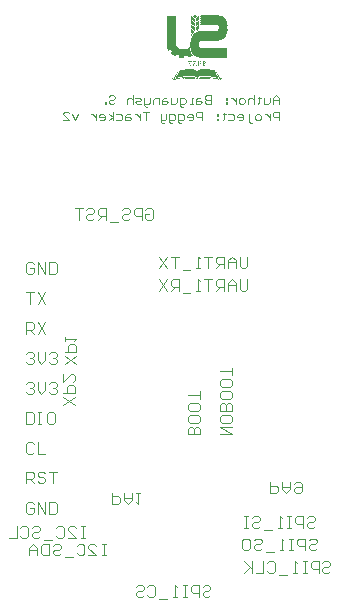
<source format=gbo>
G04*
G04 #@! TF.GenerationSoftware,Altium Limited,Altium Designer,20.2.7 (254)*
G04*
G04 Layer_Color=3326705*
%FSLAX44Y44*%
%MOMM*%
G71*
G04*
G04 #@! TF.SameCoordinates,3AAC9187-E8BA-4CE9-B87A-6CD4D1A61E21*
G04*
G04*
G04 #@! TF.FilePolarity,Positive*
G04*
G01*
G75*
%ADD13C,0.1000*%
G36*
X2093134Y1668521D02*
X2093305D01*
Y1668349D01*
X2094164D01*
Y1668178D01*
X2094335D01*
Y1668006D01*
X2094507D01*
Y1668178D01*
X2094679D01*
Y1668006D01*
X2094850D01*
Y1667834D01*
X2095194D01*
Y1667663D01*
X2095537D01*
Y1667491D01*
X2095709D01*
Y1667319D01*
X2096224D01*
Y1667148D01*
X2096396D01*
Y1666976D01*
X2096567D01*
Y1666804D01*
X2096739D01*
Y1666633D01*
X2096911D01*
Y1666461D01*
X2097082D01*
Y1666289D01*
X2097254D01*
Y1666117D01*
X2097426D01*
Y1665946D01*
X2097598D01*
Y1665774D01*
X2097426D01*
Y1665602D01*
X2097769D01*
Y1665431D01*
Y1665259D01*
X2097941D01*
Y1665087D01*
X2098112D01*
Y1664916D01*
X2098284D01*
Y1664744D01*
X2098112D01*
Y1664572D01*
X2098284D01*
Y1664401D01*
X2098456D01*
Y1664229D01*
Y1664057D01*
Y1663885D01*
X2098627D01*
Y1663714D01*
Y1663542D01*
Y1663371D01*
X2098799D01*
Y1663199D01*
Y1663027D01*
Y1662855D01*
X2098971D01*
Y1662684D01*
Y1662512D01*
Y1662340D01*
X2099143D01*
Y1662169D01*
Y1661997D01*
Y1661825D01*
X2099314D01*
Y1661654D01*
X2099143D01*
Y1661482D01*
X2099314D01*
Y1661310D01*
X2099143D01*
Y1661139D01*
X2099314D01*
Y1660967D01*
Y1660795D01*
Y1660624D01*
X2099143D01*
Y1660452D01*
X2099314D01*
Y1660280D01*
Y1660108D01*
Y1659937D01*
X2099486D01*
Y1659765D01*
X2099314D01*
Y1659594D01*
Y1659422D01*
Y1659250D01*
X2099486D01*
Y1659078D01*
X2099314D01*
Y1658907D01*
Y1658735D01*
Y1658563D01*
X2099486D01*
Y1658392D01*
X2099314D01*
Y1658220D01*
Y1658048D01*
Y1657877D01*
X2099486D01*
Y1657705D01*
X2099314D01*
Y1657533D01*
Y1657362D01*
Y1657190D01*
X2099486D01*
Y1657018D01*
X2099314D01*
Y1656847D01*
Y1656675D01*
Y1656503D01*
X2099486D01*
Y1656331D01*
X2099314D01*
Y1656160D01*
Y1655988D01*
Y1655816D01*
X2099486D01*
Y1655645D01*
X2099314D01*
Y1655473D01*
Y1655301D01*
Y1655130D01*
X2099143D01*
Y1654958D01*
X2099314D01*
Y1654786D01*
X2099143D01*
Y1654615D01*
X2099314D01*
Y1654443D01*
X2099143D01*
Y1654271D01*
X2099314D01*
Y1654100D01*
X2099143D01*
Y1653928D01*
X2098971D01*
Y1653756D01*
Y1653585D01*
Y1653413D01*
X2098799D01*
Y1653241D01*
X2098971D01*
Y1653070D01*
X2098799D01*
Y1652898D01*
Y1652726D01*
Y1652554D01*
X2098627D01*
Y1652383D01*
X2098456D01*
Y1652211D01*
X2098627D01*
Y1652039D01*
X2098456D01*
Y1651868D01*
X2098284D01*
Y1651696D01*
Y1651524D01*
Y1651353D01*
X2098112D01*
Y1651181D01*
Y1651009D01*
X2097769D01*
Y1650838D01*
X2097941D01*
Y1650666D01*
X2097769D01*
Y1650494D01*
X2097598D01*
Y1650323D01*
X2097426D01*
Y1650151D01*
Y1649979D01*
X2097254D01*
Y1649808D01*
Y1649636D01*
X2097082D01*
Y1649464D01*
X2096911D01*
Y1649293D01*
X2096739D01*
Y1649121D01*
X2096567D01*
Y1648949D01*
X2096396D01*
Y1648777D01*
X2096224D01*
Y1648606D01*
X2095709D01*
Y1648434D01*
X2095537D01*
Y1648262D01*
X2095366D01*
Y1648091D01*
X2095194D01*
Y1647919D01*
X2094679D01*
Y1647747D01*
X2094507D01*
Y1647576D01*
X2094335D01*
Y1647747D01*
X2094164D01*
Y1647576D01*
X2093992D01*
Y1647404D01*
X2093820D01*
Y1647576D01*
X2093649D01*
Y1647404D01*
X2093134D01*
Y1647232D01*
X2092275D01*
Y1647061D01*
X2092104D01*
Y1647232D01*
X2091932D01*
Y1647061D01*
X2091760D01*
Y1647232D01*
X2091589D01*
Y1647061D01*
X2091417D01*
Y1646889D01*
X2091245D01*
Y1647061D01*
X2090730D01*
Y1646889D01*
X2090558D01*
Y1647061D01*
X2090043D01*
Y1646889D01*
X2089872D01*
Y1647061D01*
X2089357D01*
Y1646889D01*
X2089185D01*
Y1647061D01*
X2089013D01*
Y1646889D01*
X2088842D01*
Y1647061D01*
X2088670D01*
Y1646889D01*
X2088498D01*
Y1647061D01*
X2087983D01*
Y1646889D01*
X2087812D01*
Y1647061D01*
X2087296D01*
Y1646889D01*
X2087125D01*
Y1647061D01*
X2086610D01*
Y1646889D01*
X2086438D01*
Y1647061D01*
X2086266D01*
Y1646889D01*
X2086095D01*
Y1647061D01*
X2085923D01*
Y1646889D01*
X2085751D01*
Y1647061D01*
X2085236D01*
Y1646889D01*
X2085065D01*
Y1647061D01*
X2084550D01*
Y1646889D01*
X2084378D01*
Y1647061D01*
X2083863D01*
Y1646889D01*
X2083691D01*
Y1647061D01*
X2083519D01*
Y1646889D01*
X2083348D01*
Y1647061D01*
X2083176D01*
Y1646889D01*
X2083004D01*
Y1647061D01*
X2082489D01*
Y1646889D01*
X2082318D01*
Y1647061D01*
X2081803D01*
Y1646889D01*
X2081631D01*
Y1647061D01*
X2081116D01*
Y1646889D01*
X2080944D01*
Y1647061D01*
X2080773D01*
Y1646889D01*
X2080601D01*
Y1647061D01*
X2080429D01*
Y1646889D01*
X2080258D01*
Y1647061D01*
X2079742D01*
Y1646889D01*
X2079571D01*
Y1647061D01*
X2079056D01*
Y1646889D01*
X2078884D01*
Y1647061D01*
X2078369D01*
Y1646889D01*
X2078197D01*
Y1647061D01*
X2078026D01*
Y1646889D01*
X2077854D01*
Y1647061D01*
X2077682D01*
Y1646889D01*
X2077511D01*
Y1647061D01*
X2076996D01*
Y1646889D01*
X2076481D01*
Y1646717D01*
X2076309D01*
Y1646546D01*
X2076137D01*
Y1646374D01*
X2075966D01*
Y1646202D01*
X2075794D01*
Y1646031D01*
X2075966D01*
Y1645859D01*
X2075794D01*
Y1645687D01*
X2075622D01*
Y1645516D01*
Y1645344D01*
Y1645172D01*
X2075450D01*
Y1645000D01*
X2075622D01*
Y1644829D01*
Y1644657D01*
Y1644485D01*
X2075450D01*
Y1644314D01*
X2075622D01*
Y1644142D01*
Y1643970D01*
Y1643799D01*
X2075450D01*
Y1643627D01*
X2075622D01*
Y1643455D01*
Y1643284D01*
Y1643112D01*
X2075450D01*
Y1642940D01*
X2075622D01*
Y1642769D01*
Y1642597D01*
Y1642425D01*
X2075794D01*
Y1642254D01*
X2075622D01*
Y1642082D01*
X2075794D01*
Y1641910D01*
Y1641739D01*
Y1641567D01*
X2075966D01*
Y1641395D01*
X2076137D01*
Y1641223D01*
Y1641052D01*
Y1640880D01*
X2076309D01*
Y1641052D01*
X2076481D01*
Y1640880D01*
X2076652D01*
Y1640708D01*
X2076824D01*
Y1640880D01*
X2076996D01*
Y1640708D01*
X2077511D01*
Y1640537D01*
X2077682D01*
Y1640708D01*
X2077854D01*
Y1640537D01*
X2078026D01*
Y1640708D01*
X2078197D01*
Y1640537D01*
X2078369D01*
Y1640708D01*
X2078541D01*
Y1640537D01*
X2078712D01*
Y1640708D01*
X2078884D01*
Y1640537D01*
X2079056D01*
Y1640708D01*
X2079227D01*
Y1640537D01*
X2079399D01*
Y1640708D01*
X2079571D01*
Y1640537D01*
X2079742D01*
Y1640708D01*
X2079914D01*
Y1640537D01*
X2080086D01*
Y1640708D01*
X2080258D01*
Y1640537D01*
X2080429D01*
Y1640708D01*
X2080601D01*
Y1640537D01*
X2080773D01*
Y1640708D01*
X2080944D01*
Y1640537D01*
X2081116D01*
Y1640708D01*
X2081288D01*
Y1640537D01*
X2081459D01*
Y1640708D01*
X2081631D01*
Y1640537D01*
X2081803D01*
Y1640708D01*
X2081974D01*
Y1640537D01*
X2082146D01*
Y1640708D01*
X2082318D01*
Y1640537D01*
X2082489D01*
Y1640708D01*
X2082661D01*
Y1640537D01*
X2082833D01*
Y1640708D01*
X2083004D01*
Y1640537D01*
X2083176D01*
Y1640708D01*
X2083348D01*
Y1640537D01*
X2083519D01*
Y1640708D01*
X2083691D01*
Y1640537D01*
X2083863D01*
Y1640708D01*
X2084035D01*
Y1640537D01*
X2084206D01*
Y1640708D01*
X2084378D01*
Y1640537D01*
X2084550D01*
Y1640708D01*
X2084721D01*
Y1640537D01*
X2084893D01*
Y1640708D01*
X2085065D01*
Y1640537D01*
X2085236D01*
Y1640708D01*
X2085408D01*
Y1640537D01*
X2085580D01*
Y1640708D01*
X2085751D01*
Y1640537D01*
X2085923D01*
Y1640708D01*
X2086095D01*
Y1640537D01*
X2086266D01*
Y1640708D01*
X2086438D01*
Y1640537D01*
X2086610D01*
Y1640708D01*
X2086781D01*
Y1640537D01*
X2086953D01*
Y1640708D01*
X2087125D01*
Y1640537D01*
X2087296D01*
Y1640708D01*
X2087468D01*
Y1640537D01*
X2087640D01*
Y1640708D01*
X2087812D01*
Y1640537D01*
X2087983D01*
Y1640708D01*
X2088155D01*
Y1640537D01*
X2088327D01*
Y1640708D01*
X2088498D01*
Y1640537D01*
X2088670D01*
Y1640708D01*
X2088842D01*
Y1640537D01*
X2089013D01*
Y1640708D01*
X2089185D01*
Y1640537D01*
X2089357D01*
Y1640708D01*
X2089528D01*
Y1640537D01*
X2089700D01*
Y1640708D01*
X2089872D01*
Y1640537D01*
X2090043D01*
Y1640708D01*
X2090215D01*
Y1640537D01*
X2090387D01*
Y1640708D01*
X2090558D01*
Y1640537D01*
X2090730D01*
Y1640708D01*
X2090902D01*
Y1640537D01*
X2091073D01*
Y1640708D01*
X2091245D01*
Y1640537D01*
X2091417D01*
Y1640708D01*
X2091589D01*
Y1640537D01*
X2091760D01*
Y1640708D01*
X2091932D01*
Y1640537D01*
X2092104D01*
Y1640708D01*
X2092275D01*
Y1640537D01*
X2092447D01*
Y1640708D01*
X2092619D01*
Y1640537D01*
X2092790D01*
Y1640708D01*
X2092962D01*
Y1640537D01*
X2093134D01*
Y1640708D01*
X2093305D01*
Y1640537D01*
X2093477D01*
Y1640708D01*
X2093649D01*
Y1640537D01*
X2093820D01*
Y1640708D01*
X2093992D01*
Y1640537D01*
X2094164D01*
Y1640708D01*
X2094335D01*
Y1640537D01*
X2094507D01*
Y1640708D01*
X2094679D01*
Y1640537D01*
X2094850D01*
Y1640708D01*
X2095022D01*
Y1640537D01*
X2095194D01*
Y1640708D01*
X2095366D01*
Y1640537D01*
X2095537D01*
Y1640708D01*
X2095709D01*
Y1640537D01*
X2095881D01*
Y1640708D01*
X2096052D01*
Y1640537D01*
X2096224D01*
Y1640708D01*
X2096396D01*
Y1640537D01*
X2096567D01*
Y1640708D01*
X2096739D01*
Y1640537D01*
X2096911D01*
Y1640708D01*
X2097082D01*
Y1640537D01*
X2097254D01*
Y1640708D01*
X2097426D01*
Y1640537D01*
X2097598D01*
Y1640708D01*
X2097769D01*
Y1640537D01*
X2097941D01*
Y1640708D01*
X2098112D01*
Y1640537D01*
X2098284D01*
Y1640708D01*
X2098456D01*
Y1640537D01*
X2098627D01*
Y1640365D01*
X2098799D01*
Y1640193D01*
Y1640022D01*
Y1639850D01*
X2098627D01*
Y1639678D01*
X2098799D01*
Y1639507D01*
Y1639335D01*
Y1639163D01*
X2098627D01*
Y1638992D01*
X2098799D01*
Y1638820D01*
Y1638648D01*
Y1638477D01*
X2098627D01*
Y1638305D01*
X2098799D01*
Y1638133D01*
Y1637962D01*
Y1637790D01*
X2098627D01*
Y1637618D01*
X2098799D01*
Y1637446D01*
Y1637275D01*
Y1637103D01*
X2098627D01*
Y1636931D01*
X2098799D01*
Y1636760D01*
Y1636588D01*
Y1636416D01*
X2098627D01*
Y1636245D01*
X2098799D01*
Y1636073D01*
Y1635901D01*
Y1635730D01*
X2098627D01*
Y1635558D01*
X2098799D01*
Y1635386D01*
Y1635215D01*
Y1635043D01*
X2098627D01*
Y1634871D01*
X2098799D01*
Y1634700D01*
Y1634528D01*
Y1634356D01*
X2098627D01*
Y1634185D01*
X2098799D01*
Y1634013D01*
Y1633841D01*
Y1633669D01*
X2098627D01*
Y1633498D01*
X2098799D01*
Y1633326D01*
Y1633154D01*
Y1632983D01*
X2098627D01*
Y1632811D01*
X2098799D01*
Y1632639D01*
X2098627D01*
Y1632468D01*
X2098456D01*
Y1632639D01*
X2098284D01*
Y1632468D01*
X2097769D01*
Y1632639D01*
X2097598D01*
Y1632468D01*
X2097082D01*
Y1632639D01*
X2096911D01*
Y1632468D01*
X2095709D01*
Y1632639D01*
X2095537D01*
Y1632468D01*
X2095022D01*
Y1632639D01*
X2094850D01*
Y1632468D01*
X2094335D01*
Y1632639D01*
X2094164D01*
Y1632468D01*
X2092962D01*
Y1632639D01*
X2092790D01*
Y1632468D01*
X2092275D01*
Y1632639D01*
X2092104D01*
Y1632468D01*
X2091589D01*
Y1632639D01*
X2091417D01*
Y1632468D01*
X2090215D01*
Y1632639D01*
X2090043D01*
Y1632468D01*
X2089528D01*
Y1632639D01*
X2089357D01*
Y1632468D01*
X2088842D01*
Y1632639D01*
X2088670D01*
Y1632468D01*
X2087468D01*
Y1632639D01*
X2087296D01*
Y1632468D01*
X2086781D01*
Y1632639D01*
X2086610D01*
Y1632468D01*
X2086095D01*
Y1632639D01*
X2085923D01*
Y1632468D01*
X2084721D01*
Y1632639D01*
X2084550D01*
Y1632468D01*
X2084035D01*
Y1632639D01*
X2083863D01*
Y1632468D01*
X2083348D01*
Y1632639D01*
X2083176D01*
Y1632468D01*
X2081974D01*
Y1632639D01*
X2081803D01*
Y1632468D01*
X2081288D01*
Y1632639D01*
X2081116D01*
Y1632468D01*
X2080601D01*
Y1632639D01*
X2080429D01*
Y1632468D01*
X2079227D01*
Y1632639D01*
X2079056D01*
Y1632468D01*
X2078541D01*
Y1632639D01*
X2078369D01*
Y1632468D01*
X2077854D01*
Y1632639D01*
X2077682D01*
Y1632468D01*
X2076824D01*
Y1632639D01*
X2076309D01*
Y1632468D01*
X2076137D01*
Y1632639D01*
X2075966D01*
Y1632468D01*
X2075794D01*
Y1632639D01*
X2075622D01*
Y1632811D01*
X2075450D01*
Y1632639D01*
X2075279D01*
Y1632811D01*
X2074764D01*
Y1632983D01*
X2074592D01*
Y1632811D01*
X2074420D01*
Y1632983D01*
X2073905D01*
Y1633154D01*
X2073390D01*
Y1633326D01*
X2072875D01*
Y1633498D01*
X2072704D01*
Y1633669D01*
X2072532D01*
Y1633498D01*
X2072360D01*
Y1633669D01*
X2072189D01*
Y1633841D01*
X2072017D01*
Y1634013D01*
X2071845D01*
Y1634185D01*
X2071330D01*
Y1634356D01*
X2071158D01*
Y1634528D01*
X2070987D01*
Y1634700D01*
X2070815D01*
Y1634871D01*
X2070643D01*
Y1635043D01*
X2070472D01*
Y1635215D01*
X2070300D01*
Y1635386D01*
X2070128D01*
Y1635558D01*
X2069957D01*
Y1635730D01*
Y1635901D01*
X2069785D01*
Y1636073D01*
Y1636245D01*
X2069613D01*
Y1636416D01*
X2069442D01*
Y1636588D01*
X2069270D01*
Y1636760D01*
X2069442D01*
Y1636931D01*
X2069270D01*
Y1637103D01*
X2069098D01*
Y1637275D01*
X2068927D01*
Y1637446D01*
X2069098D01*
Y1637618D01*
X2068927D01*
Y1637790D01*
X2068755D01*
Y1637962D01*
Y1638133D01*
Y1638305D01*
X2068583D01*
Y1638477D01*
Y1638648D01*
Y1638820D01*
Y1638992D01*
X2068412D01*
Y1639163D01*
Y1639335D01*
X2068240D01*
Y1639507D01*
X2068412D01*
Y1639678D01*
X2068240D01*
Y1639850D01*
Y1640022D01*
Y1640193D01*
Y1640365D01*
Y1640537D01*
X2068068D01*
Y1640708D01*
X2068240D01*
Y1640880D01*
X2068068D01*
Y1641052D01*
Y1641223D01*
Y1641395D01*
X2067896D01*
Y1641567D01*
X2068068D01*
Y1641739D01*
Y1641910D01*
Y1642082D01*
X2067896D01*
Y1642254D01*
X2068068D01*
Y1642425D01*
Y1642597D01*
Y1642769D01*
X2067896D01*
Y1642940D01*
X2068068D01*
Y1643112D01*
Y1643284D01*
Y1643455D01*
X2067896D01*
Y1643627D01*
X2068068D01*
Y1643799D01*
Y1643970D01*
Y1644142D01*
X2067896D01*
Y1644314D01*
X2068068D01*
Y1644485D01*
Y1644657D01*
Y1644829D01*
X2067896D01*
Y1645000D01*
X2068068D01*
Y1645172D01*
Y1645344D01*
Y1645516D01*
X2067896D01*
Y1645687D01*
X2068068D01*
Y1645859D01*
Y1646031D01*
Y1646202D01*
X2068240D01*
Y1646374D01*
X2068068D01*
Y1646546D01*
X2068240D01*
Y1646717D01*
X2068412D01*
Y1646889D01*
X2068240D01*
Y1647061D01*
Y1647232D01*
Y1647404D01*
X2068412D01*
Y1647576D01*
Y1647747D01*
Y1647919D01*
X2068583D01*
Y1648091D01*
X2068412D01*
Y1648262D01*
X2068583D01*
Y1648434D01*
X2068755D01*
Y1648606D01*
X2068583D01*
Y1648777D01*
X2068755D01*
Y1648949D01*
Y1649121D01*
X2068927D01*
Y1649293D01*
Y1649464D01*
X2069098D01*
Y1649636D01*
Y1649808D01*
Y1649979D01*
X2069270D01*
Y1650151D01*
X2069442D01*
Y1650323D01*
X2069270D01*
Y1650494D01*
X2069442D01*
Y1650666D01*
X2069613D01*
Y1650838D01*
X2069785D01*
Y1651009D01*
Y1651181D01*
X2069957D01*
Y1651353D01*
Y1651524D01*
X2070128D01*
Y1651696D01*
X2070300D01*
Y1651868D01*
X2070472D01*
Y1652039D01*
X2070643D01*
Y1652211D01*
Y1652383D01*
Y1652554D01*
X2070987D01*
Y1652726D01*
Y1652898D01*
X2071330D01*
Y1653070D01*
Y1653241D01*
X2071845D01*
Y1653413D01*
X2072017D01*
Y1653585D01*
X2072189D01*
Y1653756D01*
X2072360D01*
Y1653928D01*
X2072875D01*
Y1654100D01*
X2073047D01*
Y1654271D01*
X2073219D01*
Y1654443D01*
X2073390D01*
Y1654271D01*
X2073562D01*
Y1654443D01*
X2073734D01*
Y1654615D01*
X2074249D01*
Y1654786D01*
X2074420D01*
Y1654615D01*
X2074592D01*
Y1654786D01*
X2074764D01*
Y1654958D01*
X2074935D01*
Y1654786D01*
X2075107D01*
Y1654958D01*
X2075622D01*
Y1655130D01*
X2075794D01*
Y1654958D01*
X2075966D01*
Y1655130D01*
X2076824D01*
Y1655301D01*
X2076996D01*
Y1655130D01*
X2077167D01*
Y1654958D01*
X2077339D01*
Y1655130D01*
X2078197D01*
Y1655301D01*
X2078369D01*
Y1655130D01*
X2078541D01*
Y1654958D01*
X2078712D01*
Y1655130D01*
X2078884D01*
Y1655301D01*
X2079056D01*
Y1655130D01*
X2079571D01*
Y1655301D01*
X2079742D01*
Y1655130D01*
X2079914D01*
Y1654958D01*
X2080086D01*
Y1655130D01*
X2080944D01*
Y1655301D01*
X2081116D01*
Y1655130D01*
X2081288D01*
Y1654958D01*
X2081459D01*
Y1655130D01*
X2081631D01*
Y1655301D01*
X2081803D01*
Y1655130D01*
X2082318D01*
Y1655301D01*
X2082489D01*
Y1655130D01*
X2082661D01*
Y1654958D01*
X2082833D01*
Y1655130D01*
X2083691D01*
Y1655301D01*
X2083863D01*
Y1655130D01*
X2084035D01*
Y1654958D01*
X2084206D01*
Y1655130D01*
X2084378D01*
Y1655301D01*
X2084550D01*
Y1655130D01*
X2085065D01*
Y1655301D01*
X2085236D01*
Y1655130D01*
X2085408D01*
Y1654958D01*
X2085580D01*
Y1655130D01*
X2086438D01*
Y1655301D01*
X2086610D01*
Y1655130D01*
X2086781D01*
Y1654958D01*
X2086953D01*
Y1655130D01*
X2087125D01*
Y1655301D01*
X2087296D01*
Y1655130D01*
X2087812D01*
Y1655301D01*
X2087983D01*
Y1655130D01*
X2088155D01*
Y1654958D01*
X2088327D01*
Y1655130D01*
X2089185D01*
Y1655301D01*
X2089357D01*
Y1655130D01*
X2089528D01*
Y1654958D01*
X2089700D01*
Y1655130D01*
X2089872D01*
Y1655301D01*
X2090043D01*
Y1655130D01*
X2090558D01*
Y1655301D01*
X2090730D01*
Y1655130D01*
X2090902D01*
Y1655301D01*
X2091417D01*
Y1655473D01*
Y1655645D01*
Y1655816D01*
X2091589D01*
Y1655988D01*
X2091760D01*
Y1656160D01*
Y1656331D01*
Y1656503D01*
X2091932D01*
Y1656675D01*
Y1656847D01*
Y1657018D01*
X2091760D01*
Y1657190D01*
X2091932D01*
Y1657362D01*
X2091760D01*
Y1657533D01*
X2091932D01*
Y1657705D01*
X2091760D01*
Y1657877D01*
X2091932D01*
Y1658048D01*
Y1658220D01*
Y1658392D01*
X2091760D01*
Y1658563D01*
X2091932D01*
Y1658735D01*
Y1658907D01*
Y1659078D01*
X2091760D01*
Y1659250D01*
Y1659422D01*
Y1659594D01*
X2091589D01*
Y1659765D01*
X2091760D01*
Y1659937D01*
X2091589D01*
Y1660108D01*
X2091417D01*
Y1660280D01*
X2091245D01*
Y1660452D01*
X2091073D01*
Y1660624D01*
X2076481D01*
Y1660795D01*
X2076652D01*
Y1660967D01*
X2076481D01*
Y1661139D01*
X2076652D01*
Y1661310D01*
X2076481D01*
Y1661482D01*
X2076652D01*
Y1661654D01*
X2076481D01*
Y1661825D01*
X2076652D01*
Y1661997D01*
X2076481D01*
Y1662169D01*
X2076652D01*
Y1662340D01*
X2076481D01*
Y1662512D01*
X2076652D01*
Y1662684D01*
X2076481D01*
Y1662855D01*
X2076652D01*
Y1663027D01*
X2076481D01*
Y1663199D01*
X2076652D01*
Y1663371D01*
X2076481D01*
Y1663542D01*
X2076652D01*
Y1663714D01*
X2076481D01*
Y1663885D01*
X2076652D01*
Y1664057D01*
X2076481D01*
Y1664229D01*
X2076652D01*
Y1664401D01*
X2076481D01*
Y1664572D01*
X2076652D01*
Y1664744D01*
X2076481D01*
Y1664916D01*
X2076652D01*
Y1665087D01*
X2076481D01*
Y1665259D01*
X2076652D01*
Y1665431D01*
X2076481D01*
Y1665602D01*
X2076652D01*
Y1665774D01*
X2076481D01*
Y1665946D01*
X2076652D01*
Y1666117D01*
X2076481D01*
Y1666289D01*
X2076652D01*
Y1666461D01*
X2076481D01*
Y1666633D01*
X2076652D01*
Y1666804D01*
X2076481D01*
Y1666976D01*
X2076652D01*
Y1667148D01*
X2076481D01*
Y1667319D01*
X2076652D01*
Y1667491D01*
X2076481D01*
Y1667663D01*
X2076652D01*
Y1667834D01*
X2076481D01*
Y1668006D01*
X2076652D01*
Y1668178D01*
X2076481D01*
Y1668349D01*
X2076652D01*
Y1668521D01*
X2076481D01*
Y1668693D01*
X2091760D01*
Y1668521D01*
X2091932D01*
Y1668693D01*
X2092104D01*
Y1668521D01*
X2092275D01*
Y1668693D01*
X2092447D01*
Y1668521D01*
X2092619D01*
Y1668349D01*
X2092790D01*
Y1668521D01*
X2092962D01*
Y1668693D01*
X2093134D01*
Y1668521D01*
D02*
G37*
G36*
X2075622Y1667834D02*
X2075450D01*
Y1668006D01*
X2075622D01*
Y1667834D01*
D02*
G37*
G36*
X2072189Y1668864D02*
X2072360D01*
Y1668693D01*
X2072532D01*
Y1668521D01*
X2072704D01*
Y1668349D01*
X2073219D01*
Y1668178D01*
Y1668006D01*
X2073390D01*
Y1667834D01*
Y1667663D01*
X2073562D01*
Y1667834D01*
X2073734D01*
Y1667663D01*
X2073905D01*
Y1667491D01*
X2073562D01*
Y1667319D01*
Y1667148D01*
X2073047D01*
Y1666976D01*
X2072875D01*
Y1666804D01*
X2072704D01*
Y1666633D01*
X2072532D01*
Y1666461D01*
X2072360D01*
Y1666289D01*
X2072189D01*
Y1666117D01*
X2072017D01*
Y1666289D01*
X2071845D01*
Y1666461D01*
X2071673D01*
Y1666633D01*
X2071502D01*
Y1666804D01*
X2071330D01*
Y1666976D01*
X2071158D01*
Y1667148D01*
X2070815D01*
Y1667319D01*
Y1667491D01*
X2070472D01*
Y1667663D01*
X2070815D01*
Y1667834D01*
Y1668006D01*
X2071158D01*
Y1668178D01*
X2071330D01*
Y1668349D01*
X2071502D01*
Y1668521D01*
X2071673D01*
Y1668693D01*
X2071845D01*
Y1668864D01*
X2072017D01*
Y1669036D01*
X2072189D01*
Y1668864D01*
D02*
G37*
G36*
X2075450Y1667663D02*
X2075622D01*
Y1667491D01*
Y1667319D01*
Y1667148D01*
X2075450D01*
Y1666976D01*
X2075622D01*
Y1666804D01*
Y1666633D01*
Y1666461D01*
X2075450D01*
Y1666289D01*
X2075622D01*
Y1666117D01*
Y1665946D01*
Y1665774D01*
X2075450D01*
Y1665602D01*
X2075622D01*
Y1665431D01*
Y1665259D01*
Y1665087D01*
X2075450D01*
Y1664916D01*
X2075279D01*
Y1664744D01*
X2075107D01*
Y1664572D01*
X2074935D01*
Y1664401D01*
X2074592D01*
Y1664229D01*
X2074420D01*
Y1664057D01*
X2074077D01*
Y1663885D01*
X2073905D01*
Y1663714D01*
X2073734D01*
Y1663542D01*
X2073562D01*
Y1663371D01*
X2073047D01*
Y1663199D01*
X2072875D01*
Y1663027D01*
X2072704D01*
Y1662855D01*
X2072532D01*
Y1663027D01*
X2072360D01*
Y1663199D01*
X2072532D01*
Y1663371D01*
X2072360D01*
Y1663542D01*
X2072532D01*
Y1663714D01*
X2072360D01*
Y1663885D01*
X2072532D01*
Y1664057D01*
X2072360D01*
Y1664229D01*
X2072532D01*
Y1664401D01*
X2072360D01*
Y1664572D01*
X2072532D01*
Y1664744D01*
X2072360D01*
Y1664916D01*
X2072532D01*
Y1665087D01*
X2072360D01*
Y1665259D01*
X2072532D01*
Y1665431D01*
X2072360D01*
Y1665602D01*
X2072532D01*
Y1665774D01*
X2072704D01*
Y1665946D01*
X2072875D01*
Y1666117D01*
X2073047D01*
Y1666289D01*
X2073562D01*
Y1666461D01*
X2073734D01*
Y1666633D01*
X2073905D01*
Y1666804D01*
X2074077D01*
Y1666976D01*
X2074249D01*
Y1667148D01*
X2074420D01*
Y1667319D01*
X2074592D01*
Y1667491D01*
X2074764D01*
Y1667663D01*
X2075279D01*
Y1667834D01*
X2075450D01*
Y1667663D01*
D02*
G37*
G36*
X2072532Y1662684D02*
X2072360D01*
Y1662855D01*
X2072532D01*
Y1662684D01*
D02*
G37*
G36*
X2069098Y1667834D02*
Y1667663D01*
X2069442D01*
Y1667491D01*
X2069613D01*
Y1667319D01*
X2069785D01*
Y1667148D01*
X2069957D01*
Y1666976D01*
X2070128D01*
Y1666804D01*
X2070300D01*
Y1666633D01*
X2070815D01*
Y1666461D01*
X2070987D01*
Y1666289D01*
X2071158D01*
Y1666117D01*
X2071330D01*
Y1665946D01*
X2071502D01*
Y1665774D01*
X2071673D01*
Y1665602D01*
X2071845D01*
Y1665431D01*
X2071673D01*
Y1665259D01*
X2071845D01*
Y1665087D01*
Y1664916D01*
Y1664744D01*
X2071673D01*
Y1664572D01*
X2071845D01*
Y1664401D01*
X2071673D01*
Y1664229D01*
X2071845D01*
Y1664057D01*
X2071673D01*
Y1663885D01*
X2071845D01*
Y1663714D01*
Y1663542D01*
Y1663371D01*
X2071673D01*
Y1663199D01*
X2071845D01*
Y1663027D01*
Y1662855D01*
Y1662684D01*
X2071673D01*
Y1662855D01*
X2071502D01*
Y1663027D01*
X2071330D01*
Y1663199D01*
X2071158D01*
Y1663371D01*
X2070643D01*
Y1663542D01*
X2070815D01*
Y1663714D01*
X2070300D01*
Y1663885D01*
X2070128D01*
Y1664057D01*
X2069957D01*
Y1664229D01*
X2069785D01*
Y1664401D01*
X2069270D01*
Y1664572D01*
Y1664744D01*
X2068927D01*
Y1664916D01*
X2068755D01*
Y1665087D01*
X2068583D01*
Y1665259D01*
X2068755D01*
Y1665431D01*
X2068583D01*
Y1665602D01*
X2068755D01*
Y1665774D01*
X2068583D01*
Y1665946D01*
X2068755D01*
Y1666117D01*
X2068583D01*
Y1666289D01*
X2068755D01*
Y1666461D01*
X2068583D01*
Y1666633D01*
X2068755D01*
Y1666804D01*
X2068583D01*
Y1666976D01*
X2068755D01*
Y1667148D01*
X2068583D01*
Y1667319D01*
X2068755D01*
Y1667491D01*
X2068583D01*
Y1667663D01*
X2068755D01*
Y1667834D01*
X2068583D01*
Y1668006D01*
X2069098D01*
Y1667834D01*
D02*
G37*
G36*
X2075622Y1660624D02*
X2075450D01*
Y1660795D01*
X2075622D01*
Y1660624D01*
D02*
G37*
G36*
X2068927Y1664229D02*
X2069098D01*
Y1664057D01*
X2069270D01*
Y1663885D01*
X2069442D01*
Y1663714D01*
X2069613D01*
Y1663542D01*
X2070128D01*
Y1663371D01*
Y1663199D01*
X2070472D01*
Y1663027D01*
X2070643D01*
Y1662855D01*
X2070815D01*
Y1662684D01*
X2070987D01*
Y1662512D01*
X2071158D01*
Y1662340D01*
X2071330D01*
Y1662169D01*
X2071845D01*
Y1661997D01*
X2071673D01*
Y1661825D01*
X2071845D01*
Y1661654D01*
X2071673D01*
Y1661482D01*
X2071845D01*
Y1661310D01*
X2071673D01*
Y1661139D01*
X2071845D01*
Y1660967D01*
Y1660795D01*
Y1660624D01*
X2071673D01*
Y1660452D01*
X2071845D01*
Y1660280D01*
X2071673D01*
Y1660108D01*
X2071845D01*
Y1659937D01*
X2071673D01*
Y1659765D01*
X2071845D01*
Y1659594D01*
Y1659422D01*
Y1659250D01*
X2071330D01*
Y1659422D01*
X2071158D01*
Y1659594D01*
X2070987D01*
Y1659765D01*
X2070815D01*
Y1659937D01*
X2070300D01*
Y1660108D01*
X2070128D01*
Y1660280D01*
X2069957D01*
Y1660452D01*
X2069785D01*
Y1660624D01*
X2069613D01*
Y1660795D01*
X2069442D01*
Y1660967D01*
X2068927D01*
Y1661139D01*
Y1661310D01*
X2068583D01*
Y1661482D01*
X2068755D01*
Y1661654D01*
X2068583D01*
Y1661825D01*
X2068755D01*
Y1661997D01*
X2068583D01*
Y1662169D01*
X2068755D01*
Y1662340D01*
X2068583D01*
Y1662512D01*
X2068755D01*
Y1662684D01*
X2068583D01*
Y1662855D01*
X2068755D01*
Y1663027D01*
X2068583D01*
Y1663199D01*
X2068755D01*
Y1663371D01*
X2068583D01*
Y1663542D01*
X2068755D01*
Y1663714D01*
X2068583D01*
Y1663885D01*
X2068755D01*
Y1664057D01*
X2068583D01*
Y1664229D01*
X2068755D01*
Y1664401D01*
X2068927D01*
Y1664229D01*
D02*
G37*
G36*
X2075622Y1664057D02*
Y1663885D01*
Y1663714D01*
X2075450D01*
Y1663542D01*
X2075622D01*
Y1663371D01*
Y1663199D01*
Y1663027D01*
X2075450D01*
Y1662855D01*
X2075622D01*
Y1662684D01*
Y1662512D01*
Y1662340D01*
X2075450D01*
Y1662169D01*
X2075622D01*
Y1661997D01*
Y1661825D01*
Y1661654D01*
X2075450D01*
Y1661482D01*
X2075622D01*
Y1661310D01*
X2075450D01*
Y1661139D01*
X2075279D01*
Y1660967D01*
X2074935D01*
Y1660795D01*
Y1660624D01*
X2074420D01*
Y1660452D01*
X2074249D01*
Y1660280D01*
X2074077D01*
Y1660108D01*
X2073905D01*
Y1659937D01*
X2073562D01*
Y1659765D01*
X2073219D01*
Y1659594D01*
X2073047D01*
Y1659422D01*
X2072875D01*
Y1659250D01*
X2072704D01*
Y1659078D01*
X2072532D01*
Y1659250D01*
X2072360D01*
Y1659422D01*
X2072532D01*
Y1659594D01*
X2072360D01*
Y1659765D01*
X2072532D01*
Y1659937D01*
X2072360D01*
Y1660108D01*
X2072532D01*
Y1660280D01*
X2072360D01*
Y1660452D01*
X2072532D01*
Y1660624D01*
X2072360D01*
Y1660795D01*
X2072532D01*
Y1660967D01*
X2072360D01*
Y1661139D01*
X2072532D01*
Y1661310D01*
X2072360D01*
Y1661482D01*
X2072532D01*
Y1661654D01*
X2072360D01*
Y1661825D01*
X2072532D01*
Y1661997D01*
X2072704D01*
Y1662169D01*
X2072875D01*
Y1662340D01*
X2073047D01*
Y1662512D01*
X2073219D01*
Y1662684D01*
X2073390D01*
Y1662855D01*
X2073905D01*
Y1663027D01*
X2074077D01*
Y1663199D01*
X2074249D01*
Y1663371D01*
X2074420D01*
Y1663542D01*
X2074592D01*
Y1663714D01*
X2074764D01*
Y1663885D01*
X2075279D01*
Y1664057D01*
Y1664229D01*
X2075622D01*
Y1664057D01*
D02*
G37*
G36*
Y1656847D02*
X2075450D01*
Y1657018D01*
X2075622D01*
Y1656847D01*
D02*
G37*
G36*
X2075450Y1660452D02*
X2075622D01*
Y1660280D01*
X2075450D01*
Y1660108D01*
X2075622D01*
Y1659937D01*
Y1659765D01*
Y1659594D01*
X2075450D01*
Y1659422D01*
X2075622D01*
Y1659250D01*
Y1659078D01*
Y1658907D01*
X2075450D01*
Y1658735D01*
X2075622D01*
Y1658563D01*
Y1658392D01*
Y1658220D01*
X2075450D01*
Y1658048D01*
X2075622D01*
Y1657877D01*
Y1657705D01*
Y1657533D01*
X2075279D01*
Y1657362D01*
Y1657190D01*
X2074764D01*
Y1657018D01*
X2074592D01*
Y1656847D01*
X2074420D01*
Y1656675D01*
X2074249D01*
Y1656503D01*
X2074077D01*
Y1656331D01*
X2073905D01*
Y1656503D01*
X2073734D01*
Y1656331D01*
X2073905D01*
Y1656160D01*
X2073390D01*
Y1655988D01*
X2073219D01*
Y1655816D01*
X2073047D01*
Y1655645D01*
X2072875D01*
Y1655473D01*
X2072360D01*
Y1655645D01*
X2072532D01*
Y1655816D01*
X2072360D01*
Y1655988D01*
X2072532D01*
Y1656160D01*
X2072360D01*
Y1656331D01*
X2072532D01*
Y1656503D01*
X2072360D01*
Y1656675D01*
X2072532D01*
Y1656847D01*
X2072360D01*
Y1657018D01*
X2072532D01*
Y1657190D01*
X2072360D01*
Y1657362D01*
X2072532D01*
Y1657533D01*
X2072360D01*
Y1657705D01*
X2072532D01*
Y1657877D01*
X2072360D01*
Y1658048D01*
X2072532D01*
Y1658220D01*
X2072360D01*
Y1658392D01*
X2072875D01*
Y1658563D01*
X2073047D01*
Y1658735D01*
X2073219D01*
Y1658907D01*
X2073390D01*
Y1659078D01*
X2073562D01*
Y1659250D01*
X2073734D01*
Y1659422D01*
X2074249D01*
Y1659594D01*
Y1659765D01*
X2074592D01*
Y1659937D01*
X2074764D01*
Y1660108D01*
X2074935D01*
Y1660280D01*
X2075107D01*
Y1660452D01*
X2075279D01*
Y1660624D01*
X2075450D01*
Y1660452D01*
D02*
G37*
G36*
Y1656675D02*
X2075622D01*
Y1656503D01*
Y1656331D01*
Y1656160D01*
X2075450D01*
Y1655988D01*
X2075622D01*
Y1655816D01*
X2074764D01*
Y1655645D01*
X2074592D01*
Y1655816D01*
X2074420D01*
Y1655645D01*
X2074249D01*
Y1655473D01*
X2073734D01*
Y1655645D01*
X2073905D01*
Y1655816D01*
X2074077D01*
Y1655988D01*
X2074592D01*
Y1656160D01*
X2074764D01*
Y1656331D01*
X2074935D01*
Y1656503D01*
X2075107D01*
Y1656675D01*
X2075279D01*
Y1656847D01*
X2075450D01*
Y1656675D01*
D02*
G37*
G36*
X2068927Y1660452D02*
X2069098D01*
Y1660280D01*
X2069270D01*
Y1660108D01*
X2069442D01*
Y1659937D01*
X2069613D01*
Y1659765D01*
X2070128D01*
Y1659594D01*
X2070300D01*
Y1659422D01*
X2070472D01*
Y1659250D01*
X2070643D01*
Y1659078D01*
X2070815D01*
Y1658907D01*
X2070987D01*
Y1658735D01*
X2071502D01*
Y1658563D01*
Y1658392D01*
X2071845D01*
Y1658220D01*
Y1658048D01*
Y1657877D01*
X2071673D01*
Y1657705D01*
X2071845D01*
Y1657533D01*
X2071673D01*
Y1657362D01*
X2071845D01*
Y1657190D01*
X2071673D01*
Y1657018D01*
X2071845D01*
Y1656847D01*
Y1656675D01*
Y1656503D01*
X2071673D01*
Y1656331D01*
X2071845D01*
Y1656160D01*
X2071673D01*
Y1655988D01*
X2071845D01*
Y1655816D01*
X2071673D01*
Y1655645D01*
X2071845D01*
Y1655473D01*
X2071502D01*
Y1655645D01*
X2071158D01*
Y1655816D01*
X2070987D01*
Y1655988D01*
X2070815D01*
Y1656160D01*
X2070643D01*
Y1656331D01*
X2070472D01*
Y1656503D01*
X2069957D01*
Y1656675D01*
X2069785D01*
Y1656847D01*
X2069613D01*
Y1657018D01*
X2069442D01*
Y1657190D01*
X2069098D01*
Y1657362D01*
Y1657533D01*
X2068755D01*
Y1657705D01*
Y1657877D01*
X2068583D01*
Y1658048D01*
X2068755D01*
Y1658220D01*
X2068583D01*
Y1658392D01*
X2068755D01*
Y1658563D01*
X2068583D01*
Y1658735D01*
X2068755D01*
Y1658907D01*
X2068583D01*
Y1659078D01*
X2068755D01*
Y1659250D01*
X2068583D01*
Y1659422D01*
X2068755D01*
Y1659594D01*
X2068583D01*
Y1659765D01*
X2068755D01*
Y1659937D01*
X2068583D01*
Y1660108D01*
X2068755D01*
Y1660280D01*
X2068583D01*
Y1660452D01*
X2068755D01*
Y1660624D01*
X2068927D01*
Y1660452D01*
D02*
G37*
G36*
Y1656675D02*
X2069270D01*
Y1656503D01*
Y1656331D01*
X2069785D01*
Y1656160D01*
X2069957D01*
Y1655988D01*
X2070128D01*
Y1655816D01*
X2070300D01*
Y1655645D01*
X2070472D01*
Y1655473D01*
X2070643D01*
Y1655301D01*
X2071158D01*
Y1655130D01*
X2071330D01*
Y1654958D01*
X2071502D01*
Y1654786D01*
X2071673D01*
Y1654615D01*
X2071845D01*
Y1654443D01*
X2071673D01*
Y1654271D01*
X2071502D01*
Y1654100D01*
X2070987D01*
Y1653928D01*
Y1653756D01*
X2070643D01*
Y1653585D01*
X2070472D01*
Y1653413D01*
X2070300D01*
Y1653241D01*
Y1653070D01*
X2069613D01*
Y1653241D01*
X2069442D01*
Y1653413D01*
X2069270D01*
Y1653585D01*
X2069098D01*
Y1653756D01*
X2068927D01*
Y1653928D01*
X2068755D01*
Y1654100D01*
X2068583D01*
Y1654271D01*
X2068755D01*
Y1654443D01*
X2068583D01*
Y1654615D01*
X2068755D01*
Y1654786D01*
X2068583D01*
Y1654958D01*
X2068755D01*
Y1655130D01*
X2068583D01*
Y1655301D01*
X2068755D01*
Y1655473D01*
X2068583D01*
Y1655645D01*
X2068755D01*
Y1655816D01*
X2068583D01*
Y1655988D01*
X2068755D01*
Y1656160D01*
X2068583D01*
Y1656331D01*
X2068755D01*
Y1656503D01*
X2068583D01*
Y1656675D01*
X2068755D01*
Y1656847D01*
X2068927D01*
Y1656675D01*
D02*
G37*
G36*
Y1653070D02*
Y1652898D01*
X2069098D01*
Y1653070D01*
X2069270D01*
Y1652898D01*
X2069442D01*
Y1652726D01*
X2069613D01*
Y1652554D01*
X2069785D01*
Y1652383D01*
X2069613D01*
Y1652211D01*
X2069442D01*
Y1652039D01*
X2069270D01*
Y1651868D01*
Y1651696D01*
X2068927D01*
Y1651524D01*
X2069098D01*
Y1651353D01*
X2068927D01*
Y1651181D01*
X2068755D01*
Y1651353D01*
X2068583D01*
Y1651524D01*
X2068755D01*
Y1651696D01*
X2068583D01*
Y1651868D01*
X2068755D01*
Y1652039D01*
X2068583D01*
Y1652211D01*
X2068755D01*
Y1652383D01*
X2068583D01*
Y1652554D01*
X2068755D01*
Y1652726D01*
X2068583D01*
Y1652898D01*
X2068755D01*
Y1653070D01*
X2068583D01*
Y1653241D01*
X2068927D01*
Y1653070D01*
D02*
G37*
G36*
X2068755Y1651009D02*
X2068583D01*
Y1651181D01*
X2068755D01*
Y1651009D01*
D02*
G37*
G36*
X2098799Y1640537D02*
X2098627D01*
Y1640708D01*
X2098799D01*
Y1640537D01*
D02*
G37*
G36*
X2056050Y1667491D02*
X2056222D01*
Y1667319D01*
X2056050D01*
Y1667148D01*
Y1666976D01*
Y1666804D01*
X2056222D01*
Y1666633D01*
X2056050D01*
Y1666461D01*
Y1666289D01*
Y1666117D01*
X2056222D01*
Y1665946D01*
X2056050D01*
Y1665774D01*
Y1665602D01*
Y1665431D01*
X2056222D01*
Y1665259D01*
X2056050D01*
Y1665087D01*
Y1664916D01*
Y1664744D01*
X2056222D01*
Y1664572D01*
X2056050D01*
Y1664401D01*
Y1664229D01*
Y1664057D01*
X2056222D01*
Y1663885D01*
X2056050D01*
Y1663714D01*
Y1663542D01*
Y1663371D01*
X2056222D01*
Y1663199D01*
X2056050D01*
Y1663027D01*
Y1662855D01*
Y1662684D01*
X2056222D01*
Y1662512D01*
X2056050D01*
Y1662340D01*
Y1662169D01*
Y1661997D01*
X2056222D01*
Y1661825D01*
X2056050D01*
Y1661654D01*
Y1661482D01*
Y1661310D01*
X2056222D01*
Y1661139D01*
X2056050D01*
Y1660967D01*
Y1660795D01*
Y1660624D01*
X2056222D01*
Y1660452D01*
X2056050D01*
Y1660280D01*
Y1660108D01*
Y1659937D01*
X2056222D01*
Y1659765D01*
X2056050D01*
Y1659594D01*
Y1659422D01*
Y1659250D01*
X2056222D01*
Y1659078D01*
X2056050D01*
Y1658907D01*
Y1658735D01*
Y1658563D01*
X2056222D01*
Y1658392D01*
X2056050D01*
Y1658220D01*
Y1658048D01*
Y1657877D01*
X2056222D01*
Y1657705D01*
X2056050D01*
Y1657533D01*
Y1657362D01*
Y1657190D01*
X2056222D01*
Y1657018D01*
X2056050D01*
Y1656847D01*
Y1656675D01*
Y1656503D01*
X2056222D01*
Y1656331D01*
X2056050D01*
Y1656160D01*
Y1655988D01*
Y1655816D01*
X2056222D01*
Y1655645D01*
X2056050D01*
Y1655473D01*
Y1655301D01*
Y1655130D01*
X2056222D01*
Y1654958D01*
X2056050D01*
Y1654786D01*
Y1654615D01*
Y1654443D01*
X2056222D01*
Y1654271D01*
X2056050D01*
Y1654100D01*
Y1653928D01*
Y1653756D01*
X2056222D01*
Y1653585D01*
X2056050D01*
Y1653413D01*
Y1653241D01*
Y1653070D01*
X2056222D01*
Y1652898D01*
X2056050D01*
Y1652726D01*
Y1652554D01*
Y1652383D01*
X2056222D01*
Y1652211D01*
X2056050D01*
Y1652039D01*
Y1651868D01*
Y1651696D01*
X2056222D01*
Y1651524D01*
X2056050D01*
Y1651353D01*
Y1651181D01*
Y1651009D01*
X2056222D01*
Y1650838D01*
X2056050D01*
Y1650666D01*
Y1650494D01*
Y1650323D01*
X2056222D01*
Y1650151D01*
X2056050D01*
Y1649979D01*
Y1649808D01*
Y1649636D01*
X2056222D01*
Y1649464D01*
X2056050D01*
Y1649293D01*
Y1649121D01*
Y1648949D01*
X2056222D01*
Y1648777D01*
X2056050D01*
Y1648606D01*
Y1648434D01*
Y1648262D01*
X2056222D01*
Y1648091D01*
X2056050D01*
Y1647919D01*
Y1647747D01*
Y1647576D01*
X2056222D01*
Y1647404D01*
X2056050D01*
Y1647232D01*
Y1647061D01*
Y1646889D01*
X2056222D01*
Y1646717D01*
X2056050D01*
Y1646546D01*
Y1646374D01*
Y1646202D01*
X2056222D01*
Y1646031D01*
X2056050D01*
Y1645859D01*
Y1645687D01*
Y1645516D01*
X2056222D01*
Y1645344D01*
X2056050D01*
Y1645172D01*
Y1645000D01*
Y1644829D01*
X2056222D01*
Y1644657D01*
X2056050D01*
Y1644485D01*
Y1644314D01*
Y1644142D01*
X2056222D01*
Y1643970D01*
X2056050D01*
Y1643799D01*
X2056222D01*
Y1643627D01*
Y1643455D01*
Y1643284D01*
X2056394D01*
Y1643112D01*
X2056222D01*
Y1642940D01*
X2056394D01*
Y1642769D01*
Y1642597D01*
X2056566D01*
Y1642425D01*
Y1642254D01*
X2056737D01*
Y1642082D01*
X2056909D01*
Y1641910D01*
X2057081D01*
Y1641739D01*
X2057252D01*
Y1641567D01*
X2057424D01*
Y1641395D01*
X2057596D01*
Y1641223D01*
X2057767D01*
Y1641052D01*
X2057939D01*
Y1640880D01*
X2058454D01*
Y1640708D01*
Y1640537D01*
X2058797D01*
Y1640365D01*
X2058969D01*
Y1640193D01*
X2059141D01*
Y1640365D01*
X2059312D01*
Y1640193D01*
X2059827D01*
Y1640022D01*
X2059999D01*
Y1639850D01*
X2060858D01*
Y1639678D01*
X2061029D01*
Y1639850D01*
X2061201D01*
Y1639678D01*
X2061373D01*
Y1639850D01*
X2061544D01*
Y1639678D01*
X2062059D01*
Y1639850D01*
X2062231D01*
Y1639678D01*
X2062403D01*
Y1639507D01*
X2062574D01*
Y1639678D01*
X2062746D01*
Y1639850D01*
X2062918D01*
Y1639678D01*
X2063433D01*
Y1639850D01*
X2063604D01*
Y1639678D01*
X2063776D01*
Y1639850D01*
X2064291D01*
Y1640022D01*
X2064463D01*
Y1639850D01*
X2064635D01*
Y1640022D01*
X2064806D01*
Y1640193D01*
X2064978D01*
Y1640022D01*
X2065150D01*
Y1640193D01*
X2065665D01*
Y1640365D01*
X2065836D01*
Y1640537D01*
X2066351D01*
Y1640708D01*
X2066523D01*
Y1640880D01*
X2066695D01*
Y1641052D01*
X2066866D01*
Y1641223D01*
X2067038D01*
Y1641395D01*
X2067210D01*
Y1641567D01*
X2067381D01*
Y1641739D01*
X2067553D01*
Y1641567D01*
X2067725D01*
Y1641395D01*
X2067553D01*
Y1641223D01*
X2067725D01*
Y1641052D01*
X2067553D01*
Y1640880D01*
X2067725D01*
Y1640708D01*
X2067553D01*
Y1640537D01*
X2067725D01*
Y1640365D01*
X2067553D01*
Y1640193D01*
X2067725D01*
Y1640022D01*
X2067896D01*
Y1639850D01*
X2067725D01*
Y1639678D01*
Y1639507D01*
X2068068D01*
Y1639335D01*
X2067896D01*
Y1639163D01*
Y1638992D01*
Y1638820D01*
X2068068D01*
Y1638648D01*
Y1638477D01*
Y1638305D01*
X2068240D01*
Y1638133D01*
Y1637962D01*
Y1637790D01*
X2068412D01*
Y1637618D01*
X2068240D01*
Y1637446D01*
X2068412D01*
Y1637275D01*
X2068583D01*
Y1637103D01*
Y1636931D01*
Y1636760D01*
X2068755D01*
Y1636588D01*
X2068927D01*
Y1636416D01*
Y1636245D01*
Y1636073D01*
X2069098D01*
Y1635901D01*
X2069270D01*
Y1635730D01*
X2069442D01*
Y1635558D01*
X2069270D01*
Y1635386D01*
X2069613D01*
Y1635215D01*
Y1635043D01*
X2069785D01*
Y1634871D01*
X2069957D01*
Y1634700D01*
X2070128D01*
Y1634528D01*
X2070300D01*
Y1634356D01*
X2070472D01*
Y1634185D01*
X2069957D01*
Y1634013D01*
X2069785D01*
Y1633841D01*
X2069613D01*
Y1634013D01*
X2069442D01*
Y1633841D01*
X2069270D01*
Y1633669D01*
X2069098D01*
Y1633841D01*
X2068927D01*
Y1633669D01*
X2068755D01*
Y1633498D01*
X2068240D01*
Y1633326D01*
X2068068D01*
Y1633498D01*
X2067896D01*
Y1633326D01*
X2068068D01*
Y1633154D01*
X2067896D01*
Y1633326D01*
X2067725D01*
Y1633154D01*
X2067210D01*
Y1632983D01*
X2067038D01*
Y1633154D01*
X2066866D01*
Y1632983D01*
X2066351D01*
Y1632811D01*
X2065836D01*
Y1632983D01*
Y1633154D01*
Y1633326D01*
X2066008D01*
Y1633498D01*
X2065836D01*
Y1633669D01*
X2065665D01*
Y1633841D01*
Y1634013D01*
Y1634185D01*
X2065493D01*
Y1634356D01*
X2065321D01*
Y1634185D01*
X2065150D01*
Y1634356D01*
X2064978D01*
Y1634185D01*
X2064120D01*
Y1634013D01*
X2063948D01*
Y1634185D01*
X2063776D01*
Y1634013D01*
X2063604D01*
Y1634185D01*
X2063433D01*
Y1634013D01*
X2063261D01*
Y1634185D01*
X2063089D01*
Y1634013D01*
X2062918D01*
Y1633841D01*
X2062746D01*
Y1633669D01*
X2062918D01*
Y1633498D01*
X2062746D01*
Y1633326D01*
X2062918D01*
Y1633154D01*
X2062746D01*
Y1632983D01*
X2062918D01*
Y1632811D01*
X2062746D01*
Y1632639D01*
X2062918D01*
Y1632468D01*
X2059999D01*
Y1632639D01*
X2059827D01*
Y1632468D01*
X2059656D01*
Y1632639D01*
X2059484D01*
Y1632468D01*
X2059312D01*
Y1632639D01*
X2059141D01*
Y1632811D01*
X2058969D01*
Y1632639D01*
X2058797D01*
Y1632811D01*
X2058282D01*
Y1632983D01*
X2058111D01*
Y1633154D01*
X2057939D01*
Y1633326D01*
X2058111D01*
Y1633498D01*
Y1633669D01*
Y1633841D01*
X2058282D01*
Y1634013D01*
X2058454D01*
Y1634185D01*
X2058282D01*
Y1634356D01*
X2058111D01*
Y1634528D01*
X2057596D01*
Y1634700D01*
X2057424D01*
Y1634528D01*
X2057252D01*
Y1634700D01*
X2057081D01*
Y1634871D01*
X2056566D01*
Y1635043D01*
X2056050D01*
Y1635215D01*
X2055879D01*
Y1635043D01*
Y1634871D01*
X2055535D01*
Y1634700D01*
X2055707D01*
Y1634528D01*
X2055535D01*
Y1634356D01*
X2055364D01*
Y1634185D01*
X2055192D01*
Y1634013D01*
X2055020D01*
Y1633841D01*
X2054849D01*
Y1634013D01*
X2054677D01*
Y1634185D01*
X2054162D01*
Y1634356D01*
X2053990D01*
Y1634528D01*
X2053819D01*
Y1634700D01*
X2053647D01*
Y1634871D01*
X2053475D01*
Y1634700D01*
X2053647D01*
Y1634528D01*
X2053475D01*
Y1634700D01*
X2053304D01*
Y1634871D01*
X2053132D01*
Y1635043D01*
X2052960D01*
Y1635215D01*
X2052445D01*
Y1635386D01*
X2052273D01*
Y1635558D01*
X2052102D01*
Y1635730D01*
X2051930D01*
Y1635901D01*
X2051758D01*
Y1636073D01*
X2051587D01*
Y1636245D01*
X2051415D01*
Y1636416D01*
Y1636588D01*
Y1636760D01*
X2051758D01*
Y1636931D01*
Y1637103D01*
X2052102D01*
Y1637275D01*
Y1637446D01*
X2052273D01*
Y1637618D01*
Y1637790D01*
X2052102D01*
Y1637962D01*
X2051930D01*
Y1638133D01*
Y1638305D01*
X2051587D01*
Y1638477D01*
Y1638648D01*
X2051415D01*
Y1638820D01*
X2051243D01*
Y1638992D01*
X2051072D01*
Y1639163D01*
X2050900D01*
Y1639335D01*
X2050385D01*
Y1639163D01*
X2050213D01*
Y1638992D01*
X2050042D01*
Y1638820D01*
X2049698D01*
Y1638648D01*
X2049355D01*
Y1638820D01*
X2049183D01*
Y1638992D01*
X2049011D01*
Y1639163D01*
Y1639335D01*
X2048668D01*
Y1639507D01*
X2048840D01*
Y1639678D01*
X2048668D01*
Y1639850D01*
Y1640022D01*
X2048496D01*
Y1640193D01*
Y1640365D01*
X2048325D01*
Y1640537D01*
X2048496D01*
Y1640708D01*
X2048325D01*
Y1640880D01*
Y1641052D01*
Y1641223D01*
X2048153D01*
Y1641395D01*
X2047981D01*
Y1641567D01*
X2048153D01*
Y1641739D01*
Y1641910D01*
Y1642082D01*
X2047981D01*
Y1642254D01*
X2048153D01*
Y1642425D01*
X2047981D01*
Y1642597D01*
X2048153D01*
Y1642769D01*
X2047981D01*
Y1642940D01*
X2048153D01*
Y1643112D01*
X2047981D01*
Y1643284D01*
X2048153D01*
Y1643455D01*
X2047981D01*
Y1643627D01*
X2048153D01*
Y1643799D01*
X2047981D01*
Y1643970D01*
X2048153D01*
Y1644142D01*
X2047981D01*
Y1644314D01*
X2048153D01*
Y1644485D01*
X2047981D01*
Y1644657D01*
X2048153D01*
Y1644829D01*
X2047981D01*
Y1645000D01*
X2048153D01*
Y1645172D01*
X2047981D01*
Y1645344D01*
X2048153D01*
Y1645516D01*
X2047981D01*
Y1645687D01*
X2048153D01*
Y1645859D01*
X2047981D01*
Y1646031D01*
X2048153D01*
Y1646202D01*
X2047981D01*
Y1646374D01*
X2048153D01*
Y1646546D01*
X2047981D01*
Y1646717D01*
X2048153D01*
Y1646889D01*
X2047981D01*
Y1647061D01*
X2048153D01*
Y1647232D01*
X2047981D01*
Y1647404D01*
X2048153D01*
Y1647576D01*
X2047981D01*
Y1647747D01*
X2048153D01*
Y1647919D01*
X2047981D01*
Y1648091D01*
X2048153D01*
Y1648262D01*
X2047981D01*
Y1648434D01*
X2048153D01*
Y1648606D01*
X2047981D01*
Y1648777D01*
X2048153D01*
Y1648949D01*
X2047981D01*
Y1649121D01*
X2048153D01*
Y1649293D01*
X2047981D01*
Y1649464D01*
X2048153D01*
Y1649636D01*
X2047981D01*
Y1649808D01*
X2048153D01*
Y1649979D01*
X2047981D01*
Y1650151D01*
X2048153D01*
Y1650323D01*
X2047981D01*
Y1650494D01*
X2048153D01*
Y1650666D01*
X2047981D01*
Y1650838D01*
X2048153D01*
Y1651009D01*
X2047981D01*
Y1651181D01*
X2048153D01*
Y1651353D01*
X2047981D01*
Y1651524D01*
X2048153D01*
Y1651696D01*
X2047981D01*
Y1651868D01*
X2048153D01*
Y1652039D01*
X2047981D01*
Y1652211D01*
X2048153D01*
Y1652383D01*
X2047981D01*
Y1652554D01*
X2048153D01*
Y1652726D01*
X2047981D01*
Y1652898D01*
X2048153D01*
Y1653070D01*
X2047981D01*
Y1653241D01*
X2048153D01*
Y1653413D01*
X2047981D01*
Y1653585D01*
X2048153D01*
Y1653756D01*
X2047981D01*
Y1653928D01*
X2048153D01*
Y1654100D01*
X2047981D01*
Y1654271D01*
X2048153D01*
Y1654443D01*
X2047981D01*
Y1654615D01*
X2048153D01*
Y1654786D01*
X2047981D01*
Y1654958D01*
X2048153D01*
Y1655130D01*
X2047981D01*
Y1655301D01*
X2048153D01*
Y1655473D01*
X2047981D01*
Y1655645D01*
X2048153D01*
Y1655816D01*
X2047981D01*
Y1655988D01*
X2048153D01*
Y1656160D01*
X2047981D01*
Y1656331D01*
X2048153D01*
Y1656503D01*
X2047981D01*
Y1656675D01*
X2048153D01*
Y1656847D01*
X2047981D01*
Y1657018D01*
X2048153D01*
Y1657190D01*
X2047981D01*
Y1657362D01*
X2048153D01*
Y1657533D01*
X2047981D01*
Y1657705D01*
X2048153D01*
Y1657877D01*
X2047981D01*
Y1658048D01*
X2048153D01*
Y1658220D01*
X2047981D01*
Y1658392D01*
X2048153D01*
Y1658563D01*
X2047981D01*
Y1658735D01*
X2048153D01*
Y1658907D01*
X2047981D01*
Y1659078D01*
X2048153D01*
Y1659250D01*
X2047981D01*
Y1659422D01*
X2048153D01*
Y1659594D01*
X2047981D01*
Y1659765D01*
X2048153D01*
Y1659937D01*
X2047981D01*
Y1660108D01*
X2048153D01*
Y1660280D01*
X2047981D01*
Y1660452D01*
X2048153D01*
Y1660624D01*
X2047981D01*
Y1660795D01*
X2048153D01*
Y1660967D01*
X2047981D01*
Y1661139D01*
X2048153D01*
Y1661310D01*
X2047981D01*
Y1661482D01*
X2048153D01*
Y1661654D01*
X2047981D01*
Y1661825D01*
X2048153D01*
Y1661997D01*
X2047981D01*
Y1662169D01*
X2048153D01*
Y1662340D01*
X2047981D01*
Y1662512D01*
X2048153D01*
Y1662684D01*
X2047981D01*
Y1662855D01*
X2048153D01*
Y1663027D01*
X2047981D01*
Y1663199D01*
Y1663371D01*
Y1663542D01*
X2048153D01*
Y1663714D01*
X2047981D01*
Y1663885D01*
X2048153D01*
Y1664057D01*
X2047981D01*
Y1664229D01*
X2048153D01*
Y1664401D01*
X2047981D01*
Y1664572D01*
Y1664744D01*
Y1664916D01*
X2048153D01*
Y1665087D01*
X2047981D01*
Y1665259D01*
Y1665431D01*
Y1665602D01*
X2048153D01*
Y1665774D01*
X2047981D01*
Y1665946D01*
Y1666117D01*
Y1666289D01*
X2048153D01*
Y1666461D01*
X2047981D01*
Y1666633D01*
Y1666804D01*
Y1666976D01*
X2048153D01*
Y1667148D01*
X2047981D01*
Y1667319D01*
Y1667491D01*
Y1667663D01*
X2056050D01*
Y1667491D01*
D02*
G37*
G36*
X2058111Y1632811D02*
X2057939D01*
Y1632983D01*
X2058111D01*
Y1632811D01*
D02*
G37*
G36*
X2076309Y1629721D02*
X2076481D01*
Y1629549D01*
X2076996D01*
Y1629377D01*
X2076824D01*
Y1629206D01*
X2077167D01*
Y1629034D01*
Y1628862D01*
X2077339D01*
Y1628691D01*
Y1628519D01*
Y1628347D01*
Y1628176D01*
Y1628004D01*
Y1627832D01*
Y1627661D01*
X2077167D01*
Y1627489D01*
X2076996D01*
Y1627317D01*
X2076824D01*
Y1627146D01*
X2076652D01*
Y1626974D01*
X2076481D01*
Y1627146D01*
X2076309D01*
Y1626974D01*
X2076137D01*
Y1627146D01*
X2075966D01*
Y1626974D01*
X2075794D01*
Y1627146D01*
X2075622D01*
Y1627317D01*
X2075107D01*
Y1627146D01*
Y1626974D01*
Y1626802D01*
X2075279D01*
Y1626631D01*
Y1626459D01*
Y1626287D01*
X2075450D01*
Y1626116D01*
X2075622D01*
Y1625944D01*
X2075794D01*
Y1625772D01*
X2076309D01*
Y1625600D01*
X2076481D01*
Y1625429D01*
X2076652D01*
Y1625257D01*
X2076137D01*
Y1625429D01*
X2075966D01*
Y1625257D01*
X2075794D01*
Y1625429D01*
X2075622D01*
Y1625600D01*
X2075107D01*
Y1625772D01*
X2074935D01*
Y1625944D01*
X2074764D01*
Y1626116D01*
X2074592D01*
Y1626287D01*
Y1626459D01*
Y1626631D01*
X2074420D01*
Y1626802D01*
X2074249D01*
Y1626974D01*
X2074077D01*
Y1627146D01*
X2074249D01*
Y1627317D01*
Y1627489D01*
Y1627661D01*
X2074077D01*
Y1627832D01*
X2074249D01*
Y1628004D01*
Y1628176D01*
Y1628347D01*
X2074077D01*
Y1628519D01*
X2074249D01*
Y1628691D01*
Y1628862D01*
X2074420D01*
Y1629034D01*
Y1629206D01*
X2074592D01*
Y1629377D01*
X2074764D01*
Y1629549D01*
X2074935D01*
Y1629721D01*
X2075107D01*
Y1629549D01*
X2075279D01*
Y1629721D01*
X2075450D01*
Y1629892D01*
X2075622D01*
Y1629721D01*
X2075794D01*
Y1629892D01*
X2075966D01*
Y1629721D01*
X2076137D01*
Y1629892D01*
X2076309D01*
Y1629721D01*
D02*
G37*
G36*
X2069270Y1629549D02*
X2069442D01*
Y1629377D01*
X2069270D01*
Y1629206D01*
X2069442D01*
Y1629034D01*
X2069270D01*
Y1628862D01*
X2069442D01*
Y1628691D01*
X2069270D01*
Y1628519D01*
X2069098D01*
Y1628691D01*
X2068927D01*
Y1628862D01*
X2068755D01*
Y1629034D01*
X2068583D01*
Y1628862D01*
X2068412D01*
Y1629034D01*
X2068240D01*
Y1628862D01*
X2068068D01*
Y1629034D01*
X2067896D01*
Y1628862D01*
X2067725D01*
Y1629034D01*
X2067553D01*
Y1628862D01*
X2067381D01*
Y1629034D01*
X2067210D01*
Y1628862D01*
X2067038D01*
Y1628691D01*
X2067210D01*
Y1628519D01*
X2067381D01*
Y1628347D01*
X2067210D01*
Y1628176D01*
X2067381D01*
Y1628004D01*
X2067553D01*
Y1627832D01*
Y1627661D01*
Y1627489D01*
X2067725D01*
Y1627317D01*
X2067896D01*
Y1627146D01*
X2068068D01*
Y1626974D01*
X2067896D01*
Y1626802D01*
X2068068D01*
Y1626631D01*
X2068240D01*
Y1626459D01*
Y1626287D01*
Y1626116D01*
X2068412D01*
Y1625944D01*
X2068583D01*
Y1625772D01*
X2068755D01*
Y1625600D01*
X2068583D01*
Y1625429D01*
X2068412D01*
Y1625257D01*
X2068240D01*
Y1625429D01*
X2068068D01*
Y1625600D01*
X2067896D01*
Y1625772D01*
Y1625944D01*
Y1626116D01*
X2067725D01*
Y1626287D01*
X2067553D01*
Y1626459D01*
Y1626631D01*
Y1626802D01*
X2067381D01*
Y1626974D01*
X2067210D01*
Y1627146D01*
X2067381D01*
Y1627317D01*
X2067210D01*
Y1627489D01*
X2067038D01*
Y1627661D01*
Y1627832D01*
Y1628004D01*
X2066866D01*
Y1628176D01*
Y1628347D01*
Y1628519D01*
X2066695D01*
Y1628691D01*
X2066523D01*
Y1628862D01*
Y1629034D01*
Y1629206D01*
X2066351D01*
Y1629377D01*
X2066180D01*
Y1629549D01*
X2066351D01*
Y1629721D01*
X2066866D01*
Y1629549D01*
X2067038D01*
Y1629721D01*
X2067210D01*
Y1629549D01*
X2067381D01*
Y1629721D01*
X2067553D01*
Y1629549D01*
X2067725D01*
Y1629721D01*
X2067896D01*
Y1629549D01*
X2068068D01*
Y1629721D01*
X2068240D01*
Y1629549D01*
X2068412D01*
Y1629721D01*
X2068583D01*
Y1629549D01*
X2068755D01*
Y1629721D01*
X2068927D01*
Y1629549D01*
X2069098D01*
Y1629721D01*
X2069270D01*
Y1629549D01*
D02*
G37*
G36*
X2079399Y1629721D02*
X2079571D01*
Y1629549D01*
X2080086D01*
Y1629377D01*
X2080258D01*
Y1629206D01*
X2080429D01*
Y1629034D01*
X2080601D01*
Y1628862D01*
X2080773D01*
Y1629034D01*
X2080944D01*
Y1628862D01*
X2081116D01*
Y1628691D01*
X2080944D01*
Y1628519D01*
X2080773D01*
Y1628691D01*
X2080601D01*
Y1628862D01*
X2080086D01*
Y1628691D01*
X2079914D01*
Y1628519D01*
X2080086D01*
Y1628347D01*
X2079914D01*
Y1628176D01*
X2080086D01*
Y1628004D01*
X2079914D01*
Y1627832D01*
X2080086D01*
Y1627661D01*
X2079914D01*
Y1627489D01*
X2080086D01*
Y1627317D01*
X2079914D01*
Y1627146D01*
X2080086D01*
Y1626974D01*
X2079914D01*
Y1626802D01*
X2080086D01*
Y1626631D01*
X2079914D01*
Y1626459D01*
X2080086D01*
Y1626287D01*
X2079914D01*
Y1626116D01*
X2080086D01*
Y1625944D01*
Y1625772D01*
X2080429D01*
Y1625600D01*
X2080601D01*
Y1625429D01*
X2080773D01*
Y1625257D01*
X2080601D01*
Y1625429D01*
X2080429D01*
Y1625257D01*
X2080258D01*
Y1625429D01*
X2080086D01*
Y1625257D01*
X2079914D01*
Y1625429D01*
X2079742D01*
Y1625257D01*
X2079571D01*
Y1625429D01*
X2079399D01*
Y1625257D01*
X2079227D01*
Y1625429D01*
X2079056D01*
Y1625257D01*
X2078884D01*
Y1625429D01*
X2078712D01*
Y1625257D01*
X2078541D01*
Y1625429D01*
X2078369D01*
Y1625600D01*
X2078541D01*
Y1625772D01*
X2078712D01*
Y1625600D01*
X2078884D01*
Y1625772D01*
X2079056D01*
Y1625944D01*
Y1626116D01*
Y1626287D01*
Y1626459D01*
Y1626631D01*
Y1626802D01*
Y1626974D01*
Y1627146D01*
Y1627317D01*
Y1627489D01*
Y1627661D01*
Y1627832D01*
Y1628004D01*
Y1628176D01*
Y1628347D01*
Y1628519D01*
Y1628691D01*
Y1628862D01*
Y1629034D01*
Y1629206D01*
Y1629377D01*
Y1629549D01*
Y1629721D01*
X2079227D01*
Y1629892D01*
X2079399D01*
Y1629721D01*
D02*
G37*
G36*
X2070815D02*
X2070987D01*
Y1629549D01*
X2071158D01*
Y1629721D01*
X2071330D01*
Y1629549D01*
X2071502D01*
Y1629721D01*
X2071673D01*
Y1629549D01*
X2071845D01*
Y1629721D01*
X2072360D01*
Y1629549D01*
X2072532D01*
Y1629721D01*
X2072704D01*
Y1629549D01*
X2072875D01*
Y1629721D01*
X2073047D01*
Y1629549D01*
Y1629377D01*
Y1629206D01*
Y1629034D01*
Y1628862D01*
Y1628691D01*
Y1628519D01*
Y1628347D01*
Y1628176D01*
Y1628004D01*
Y1627832D01*
Y1627661D01*
Y1627489D01*
X2072875D01*
Y1627317D01*
X2072704D01*
Y1627489D01*
X2072532D01*
Y1627317D01*
X2072360D01*
Y1627489D01*
X2071845D01*
Y1627317D01*
X2071330D01*
Y1627146D01*
X2071502D01*
Y1626974D01*
X2071330D01*
Y1626802D01*
X2071158D01*
Y1626631D01*
Y1626459D01*
Y1626287D01*
X2071330D01*
Y1626116D01*
Y1625944D01*
Y1625772D01*
X2071502D01*
Y1625600D01*
X2071673D01*
Y1625772D01*
X2071845D01*
Y1625600D01*
X2072017D01*
Y1625772D01*
X2072189D01*
Y1625600D01*
X2072360D01*
Y1625772D01*
X2072532D01*
Y1625944D01*
X2072704D01*
Y1626116D01*
Y1626287D01*
Y1626459D01*
X2072875D01*
Y1626287D01*
X2073047D01*
Y1626116D01*
X2073219D01*
Y1625944D01*
Y1625772D01*
Y1625600D01*
X2073047D01*
Y1625429D01*
X2072875D01*
Y1625257D01*
X2072704D01*
Y1625429D01*
X2072532D01*
Y1625257D01*
X2072360D01*
Y1625429D01*
X2072189D01*
Y1625257D01*
X2071673D01*
Y1625429D01*
X2071502D01*
Y1625257D01*
X2071330D01*
Y1625429D01*
X2071158D01*
Y1625600D01*
X2070643D01*
Y1625772D01*
X2070472D01*
Y1625944D01*
X2070300D01*
Y1626116D01*
X2070472D01*
Y1626287D01*
X2070300D01*
Y1626459D01*
X2070472D01*
Y1626631D01*
X2070300D01*
Y1626802D01*
X2070472D01*
Y1626974D01*
X2070300D01*
Y1627146D01*
X2070472D01*
Y1627317D01*
X2070643D01*
Y1627489D01*
X2070815D01*
Y1627661D01*
X2070987D01*
Y1627832D01*
X2072189D01*
Y1627661D01*
X2072360D01*
Y1627832D01*
X2072532D01*
Y1628004D01*
Y1628176D01*
Y1628347D01*
Y1628519D01*
Y1628691D01*
Y1628862D01*
Y1629034D01*
X2072360D01*
Y1628862D01*
X2072189D01*
Y1629034D01*
X2072017D01*
Y1628862D01*
X2071845D01*
Y1629034D01*
X2071673D01*
Y1628862D01*
X2071502D01*
Y1629034D01*
X2071330D01*
Y1628862D01*
X2071158D01*
Y1629034D01*
X2070987D01*
Y1628862D01*
X2070815D01*
Y1629034D01*
X2070472D01*
Y1629206D01*
Y1629377D01*
X2070643D01*
Y1629549D01*
X2070472D01*
Y1629721D01*
Y1629892D01*
X2070815D01*
Y1629721D01*
D02*
G37*
G36*
X2076652Y1625600D02*
X2076481D01*
Y1625772D01*
X2076652D01*
Y1625600D01*
D02*
G37*
G36*
X2080944Y1625429D02*
X2080773D01*
Y1625600D01*
X2080944D01*
Y1625429D01*
D02*
G37*
G36*
X2078369Y1625257D02*
X2078197D01*
Y1625429D01*
X2078369D01*
Y1625257D01*
D02*
G37*
G36*
X2081459Y1623197D02*
X2081631D01*
Y1623025D01*
X2081803D01*
Y1623197D01*
X2081974D01*
Y1623025D01*
X2082833D01*
Y1622854D01*
X2083004D01*
Y1623025D01*
X2083176D01*
Y1622854D01*
X2083348D01*
Y1622682D01*
X2083863D01*
Y1622510D01*
X2084035D01*
Y1622682D01*
X2084206D01*
Y1622510D01*
X2084378D01*
Y1622339D01*
X2084550D01*
Y1622510D01*
X2084721D01*
Y1622339D01*
X2085236D01*
Y1622167D01*
X2085408D01*
Y1621995D01*
X2085580D01*
Y1622167D01*
X2085751D01*
Y1621995D01*
X2086610D01*
Y1621823D01*
X2086781D01*
Y1621995D01*
X2086953D01*
Y1621823D01*
X2087125D01*
Y1621995D01*
X2087296D01*
Y1621823D01*
X2087468D01*
Y1621995D01*
X2087640D01*
Y1621823D01*
X2087812D01*
Y1621995D01*
X2087983D01*
Y1621823D01*
X2088155D01*
Y1621995D01*
X2088327D01*
Y1621823D01*
X2088498D01*
Y1621652D01*
X2088670D01*
Y1621480D01*
Y1621308D01*
Y1621137D01*
X2088842D01*
Y1620965D01*
X2089013D01*
Y1620793D01*
X2088842D01*
Y1620622D01*
X2089013D01*
Y1620450D01*
X2089185D01*
Y1620278D01*
X2089357D01*
Y1620107D01*
Y1619935D01*
Y1619763D01*
X2089528D01*
Y1619592D01*
X2089700D01*
Y1619420D01*
X2089528D01*
Y1619248D01*
X2089700D01*
Y1619077D01*
X2089872D01*
Y1618905D01*
X2090043D01*
Y1618733D01*
Y1618562D01*
Y1618390D01*
X2090215D01*
Y1618218D01*
X2090387D01*
Y1618046D01*
X2090215D01*
Y1617875D01*
X2090387D01*
Y1617703D01*
X2090558D01*
Y1617531D01*
X2090730D01*
Y1617360D01*
Y1617188D01*
X2090902D01*
Y1617016D01*
Y1616845D01*
X2091073D01*
Y1616673D01*
Y1616501D01*
Y1616330D01*
X2091245D01*
Y1616158D01*
X2091417D01*
Y1615986D01*
Y1615815D01*
X2091073D01*
Y1615643D01*
X2090902D01*
Y1615815D01*
X2089700D01*
Y1615986D01*
X2089528D01*
Y1615815D01*
X2089357D01*
Y1615986D01*
X2089185D01*
Y1615815D01*
X2089013D01*
Y1615986D01*
X2088498D01*
Y1616158D01*
X2088327D01*
Y1615986D01*
X2088155D01*
Y1616158D01*
X2087983D01*
Y1616330D01*
X2087812D01*
Y1616158D01*
X2087640D01*
Y1616330D01*
X2087125D01*
Y1616501D01*
X2086953D01*
Y1616330D01*
X2086781D01*
Y1616501D01*
X2086610D01*
Y1616673D01*
X2086438D01*
Y1616501D01*
X2086266D01*
Y1616673D01*
X2085408D01*
Y1616845D01*
X2085236D01*
Y1616673D01*
X2085065D01*
Y1616845D01*
X2084893D01*
Y1617016D01*
X2084721D01*
Y1616845D01*
X2084550D01*
Y1617016D01*
X2083691D01*
Y1617188D01*
X2083519D01*
Y1617016D01*
X2083348D01*
Y1617188D01*
X2082833D01*
Y1617360D01*
X2082661D01*
Y1617188D01*
X2082489D01*
Y1617360D01*
X2082318D01*
Y1617188D01*
X2082146D01*
Y1617360D01*
X2080601D01*
Y1617531D01*
X2080429D01*
Y1617360D01*
X2080258D01*
Y1617531D01*
X2080086D01*
Y1617360D01*
X2079914D01*
Y1617531D01*
X2079742D01*
Y1617360D01*
X2079571D01*
Y1617531D01*
X2079399D01*
Y1617360D01*
X2079227D01*
Y1617531D01*
X2079056D01*
Y1617360D01*
X2077854D01*
Y1617188D01*
X2077682D01*
Y1617360D01*
X2077511D01*
Y1617188D01*
X2077339D01*
Y1617360D01*
X2077167D01*
Y1617188D01*
X2076652D01*
Y1617016D01*
X2076137D01*
Y1616845D01*
X2075966D01*
Y1617016D01*
X2075794D01*
Y1616845D01*
X2075622D01*
Y1616673D01*
X2075107D01*
Y1616501D01*
X2074935D01*
Y1616330D01*
X2074592D01*
Y1616158D01*
Y1615986D01*
X2074420D01*
Y1616158D01*
X2074249D01*
Y1615986D01*
X2074077D01*
Y1615815D01*
X2073905D01*
Y1615986D01*
X2073734D01*
Y1616158D01*
X2073905D01*
Y1616330D01*
X2073734D01*
Y1616501D01*
X2073905D01*
Y1616673D01*
X2073734D01*
Y1616845D01*
X2073905D01*
Y1617016D01*
X2073734D01*
Y1617188D01*
X2073905D01*
Y1617360D01*
X2073734D01*
Y1617531D01*
X2073905D01*
Y1617703D01*
X2073734D01*
Y1617875D01*
X2073905D01*
Y1618046D01*
X2073734D01*
Y1618218D01*
X2073905D01*
Y1618390D01*
X2073734D01*
Y1618562D01*
X2073905D01*
Y1618733D01*
X2073734D01*
Y1618905D01*
X2073905D01*
Y1619077D01*
X2073734D01*
Y1619248D01*
X2073905D01*
Y1619420D01*
X2073734D01*
Y1619592D01*
X2073905D01*
Y1619763D01*
X2073734D01*
Y1619935D01*
X2073905D01*
Y1620107D01*
X2073734D01*
Y1620278D01*
X2073905D01*
Y1620450D01*
X2073734D01*
Y1620622D01*
X2073905D01*
Y1620793D01*
X2073734D01*
Y1620965D01*
X2073905D01*
Y1621137D01*
X2074077D01*
Y1621308D01*
X2074249D01*
Y1621480D01*
X2074420D01*
Y1621652D01*
X2074592D01*
Y1621823D01*
X2074764D01*
Y1621995D01*
X2075279D01*
Y1622167D01*
X2075450D01*
Y1622339D01*
X2075622D01*
Y1622510D01*
X2075794D01*
Y1622682D01*
X2075966D01*
Y1622510D01*
X2076137D01*
Y1622682D01*
X2076652D01*
Y1622854D01*
X2076824D01*
Y1623025D01*
X2077682D01*
Y1623197D01*
X2077854D01*
Y1623025D01*
X2078026D01*
Y1623197D01*
X2078197D01*
Y1623369D01*
X2078369D01*
Y1623197D01*
X2078541D01*
Y1623369D01*
X2081116D01*
Y1623197D01*
X2081288D01*
Y1623369D01*
X2081459D01*
Y1623197D01*
D02*
G37*
G36*
X2069098D02*
X2069270D01*
Y1623025D01*
X2069442D01*
Y1623197D01*
X2069613D01*
Y1623025D01*
X2070472D01*
Y1622854D01*
X2070643D01*
Y1623025D01*
X2070815D01*
Y1622854D01*
X2070987D01*
Y1622682D01*
X2071158D01*
Y1622510D01*
X2071673D01*
Y1622339D01*
X2072189D01*
Y1622167D01*
X2072360D01*
Y1621995D01*
X2072532D01*
Y1621823D01*
X2072704D01*
Y1621652D01*
X2073047D01*
Y1621480D01*
Y1621308D01*
X2073219D01*
Y1621480D01*
X2073390D01*
Y1621308D01*
X2073562D01*
Y1621137D01*
Y1620965D01*
Y1620793D01*
Y1620622D01*
Y1620450D01*
X2073390D01*
Y1620278D01*
X2073562D01*
Y1620107D01*
Y1619935D01*
Y1619763D01*
Y1619592D01*
Y1619420D01*
Y1619248D01*
Y1619077D01*
X2073390D01*
Y1618905D01*
X2073562D01*
Y1618733D01*
Y1618562D01*
Y1618390D01*
Y1618218D01*
Y1618046D01*
Y1617875D01*
Y1617703D01*
X2073390D01*
Y1617531D01*
X2073562D01*
Y1617360D01*
Y1617188D01*
Y1617016D01*
Y1616845D01*
Y1616673D01*
Y1616501D01*
Y1616330D01*
X2073390D01*
Y1616158D01*
X2073562D01*
Y1615986D01*
Y1615815D01*
Y1615643D01*
X2073390D01*
Y1615815D01*
X2073219D01*
Y1615986D01*
X2073047D01*
Y1616158D01*
X2072875D01*
Y1616330D01*
X2072360D01*
Y1616501D01*
X2072189D01*
Y1616673D01*
X2071673D01*
Y1616845D01*
X2071502D01*
Y1617016D01*
X2070643D01*
Y1617188D01*
X2070128D01*
Y1617360D01*
X2069957D01*
Y1617188D01*
X2069785D01*
Y1617360D01*
X2068583D01*
Y1617531D01*
X2068412D01*
Y1617360D01*
X2068240D01*
Y1617531D01*
X2068068D01*
Y1617360D01*
X2067896D01*
Y1617531D01*
X2067725D01*
Y1617360D01*
X2067553D01*
Y1617531D01*
X2067381D01*
Y1617360D01*
X2067210D01*
Y1617531D01*
X2067038D01*
Y1617360D01*
X2066866D01*
Y1617531D01*
X2066695D01*
Y1617360D01*
X2065150D01*
Y1617188D01*
X2064978D01*
Y1617360D01*
X2064806D01*
Y1617188D01*
X2063948D01*
Y1617016D01*
X2063776D01*
Y1617188D01*
X2063604D01*
Y1617016D01*
X2062746D01*
Y1616845D01*
X2062574D01*
Y1617016D01*
X2062403D01*
Y1616845D01*
X2061888D01*
Y1616673D01*
X2061029D01*
Y1616501D01*
X2060858D01*
Y1616673D01*
X2060686D01*
Y1616501D01*
X2060858D01*
Y1616330D01*
X2060686D01*
Y1616501D01*
X2060514D01*
Y1616330D01*
X2059656D01*
Y1616158D01*
X2059484D01*
Y1616330D01*
X2059312D01*
Y1616158D01*
X2059141D01*
Y1615986D01*
X2058282D01*
Y1615815D01*
X2058111D01*
Y1615986D01*
X2057939D01*
Y1615815D01*
X2056737D01*
Y1615643D01*
X2056566D01*
Y1615815D01*
X2056050D01*
Y1615986D01*
X2055879D01*
Y1616158D01*
X2056050D01*
Y1616330D01*
X2056222D01*
Y1616501D01*
X2056394D01*
Y1616673D01*
X2056222D01*
Y1616845D01*
X2056394D01*
Y1617016D01*
X2056566D01*
Y1617188D01*
X2056737D01*
Y1617360D01*
Y1617531D01*
X2056909D01*
Y1617703D01*
Y1617875D01*
X2057081D01*
Y1618046D01*
Y1618218D01*
Y1618390D01*
X2057252D01*
Y1618562D01*
X2057424D01*
Y1618733D01*
Y1618905D01*
X2057596D01*
Y1619077D01*
Y1619248D01*
X2057767D01*
Y1619420D01*
X2057939D01*
Y1619592D01*
Y1619763D01*
Y1619935D01*
X2058111D01*
Y1620107D01*
Y1620278D01*
X2058454D01*
Y1620450D01*
X2058282D01*
Y1620622D01*
X2058454D01*
Y1620793D01*
X2058626D01*
Y1620965D01*
Y1621137D01*
Y1621308D01*
X2058797D01*
Y1621480D01*
Y1621652D01*
X2058969D01*
Y1621823D01*
Y1621995D01*
X2059141D01*
Y1621823D01*
X2059312D01*
Y1621995D01*
X2059484D01*
Y1621823D01*
X2059656D01*
Y1621995D01*
X2059827D01*
Y1621823D01*
X2059999D01*
Y1621995D01*
X2060171D01*
Y1621823D01*
X2060342D01*
Y1621995D01*
X2060514D01*
Y1621823D01*
X2060686D01*
Y1621995D01*
X2061544D01*
Y1622167D01*
X2062059D01*
Y1622339D01*
X2062231D01*
Y1622167D01*
X2062403D01*
Y1622339D01*
X2062918D01*
Y1622510D01*
X2063089D01*
Y1622339D01*
X2063261D01*
Y1622510D01*
X2063433D01*
Y1622682D01*
X2063948D01*
Y1622854D01*
X2064120D01*
Y1622682D01*
X2064291D01*
Y1622854D01*
X2064463D01*
Y1623025D01*
X2065321D01*
Y1623197D01*
X2065493D01*
Y1623025D01*
X2065665D01*
Y1623197D01*
X2065836D01*
Y1623369D01*
X2066008D01*
Y1623197D01*
X2066180D01*
Y1623369D01*
X2066351D01*
Y1623197D01*
X2066523D01*
Y1623369D01*
X2068755D01*
Y1623197D01*
X2068927D01*
Y1623369D01*
X2069098D01*
Y1623197D01*
D02*
G37*
G36*
X2056394Y1620107D02*
X2056222D01*
Y1620278D01*
X2056394D01*
Y1620107D01*
D02*
G37*
G36*
X2091417D02*
X2091245D01*
Y1619935D01*
X2091073D01*
Y1620107D01*
X2090902D01*
Y1620278D01*
X2091417D01*
Y1620107D01*
D02*
G37*
G36*
X2056222Y1619935D02*
X2056050D01*
Y1620107D01*
X2056222D01*
Y1619935D01*
D02*
G37*
G36*
X2056050Y1619763D02*
X2055879D01*
Y1619935D01*
X2056050D01*
Y1619763D01*
D02*
G37*
G36*
X2091589Y1619592D02*
X2091760D01*
Y1619420D01*
X2091417D01*
Y1619592D01*
Y1619763D01*
X2091589D01*
Y1619592D01*
D02*
G37*
G36*
X2056050Y1619420D02*
X2055879D01*
Y1619248D01*
X2055707D01*
Y1619420D01*
Y1619592D01*
X2056050D01*
Y1619420D01*
D02*
G37*
G36*
X2055707Y1619077D02*
X2055535D01*
Y1619248D01*
X2055707D01*
Y1619077D01*
D02*
G37*
G36*
X2055535Y1618905D02*
X2055707D01*
Y1618733D01*
X2055192D01*
Y1618905D01*
X2055364D01*
Y1619077D01*
X2055535D01*
Y1618905D01*
D02*
G37*
G36*
X2092275Y1618562D02*
X2092447D01*
Y1618390D01*
X2092104D01*
Y1618562D01*
Y1618733D01*
X2092275D01*
Y1618562D01*
D02*
G37*
G36*
X2055364Y1618390D02*
X2055192D01*
Y1618562D01*
X2055364D01*
Y1618390D01*
D02*
G37*
G36*
X2055192Y1618218D02*
X2055020D01*
Y1618390D01*
X2055192D01*
Y1618218D01*
D02*
G37*
G36*
X2055020Y1618046D02*
X2054849D01*
Y1618218D01*
X2055020D01*
Y1618046D01*
D02*
G37*
G36*
X2054849Y1617875D02*
Y1617703D01*
X2054505D01*
Y1617875D01*
X2054677D01*
Y1618046D01*
X2054849D01*
Y1617875D01*
D02*
G37*
G36*
X2092962Y1617531D02*
Y1617360D01*
X2092619D01*
Y1617531D01*
X2092790D01*
Y1617703D01*
X2092962D01*
Y1617531D01*
D02*
G37*
G36*
X2054677Y1617360D02*
X2054505D01*
Y1617531D01*
X2054677D01*
Y1617360D01*
D02*
G37*
G36*
X2054505Y1617188D02*
X2054334D01*
Y1617360D01*
X2054505D01*
Y1617188D01*
D02*
G37*
G36*
X2054334Y1617016D02*
X2054162D01*
Y1617188D01*
X2054334D01*
Y1617016D01*
D02*
G37*
G36*
Y1616673D02*
X2054162D01*
Y1616501D01*
X2053990D01*
Y1616673D01*
Y1616845D01*
X2054334D01*
Y1616673D01*
D02*
G37*
G36*
X2053990Y1616330D02*
X2053819D01*
Y1616501D01*
X2053990D01*
Y1616330D01*
D02*
G37*
G36*
X2093820D02*
X2093649D01*
Y1616158D01*
X2093477D01*
Y1616330D01*
Y1616501D01*
X2093820D01*
Y1616330D01*
D02*
G37*
G36*
X2053819Y1616158D02*
X2053647D01*
Y1616330D01*
X2053819D01*
Y1616158D01*
D02*
G37*
G36*
X2053647Y1615986D02*
X2053475D01*
Y1616158D01*
X2053647D01*
Y1615986D01*
D02*
G37*
G36*
X2073905Y1615643D02*
X2073734D01*
Y1615815D01*
X2073905D01*
Y1615643D01*
D02*
G37*
G36*
X2053475Y1615815D02*
Y1615643D01*
X2053132D01*
Y1615815D01*
X2053304D01*
Y1615986D01*
X2053475D01*
Y1615815D01*
D02*
G37*
G36*
X2069442Y1615300D02*
X2069613D01*
Y1615128D01*
X2069785D01*
Y1615300D01*
X2069957D01*
Y1615128D01*
X2070128D01*
Y1615300D01*
X2070300D01*
Y1615128D01*
X2070472D01*
Y1615300D01*
X2070643D01*
Y1615128D01*
X2071845D01*
Y1614956D01*
X2072360D01*
Y1614785D01*
X2072532D01*
Y1614956D01*
X2072704D01*
Y1614785D01*
X2073562D01*
Y1614613D01*
X2073390D01*
Y1614441D01*
X2073219D01*
Y1614613D01*
X2072360D01*
Y1614785D01*
X2072189D01*
Y1614613D01*
X2072017D01*
Y1614785D01*
X2071502D01*
Y1614956D01*
X2071330D01*
Y1614785D01*
X2070815D01*
Y1614956D01*
X2069613D01*
Y1614785D01*
X2069442D01*
Y1614956D01*
X2066866D01*
Y1614785D01*
X2066695D01*
Y1614956D01*
X2065493D01*
Y1614785D01*
X2065321D01*
Y1614956D01*
X2064806D01*
Y1614785D01*
X2064635D01*
Y1614956D01*
X2064463D01*
Y1614785D01*
X2063948D01*
Y1614956D01*
X2063776D01*
Y1614785D01*
X2063261D01*
Y1614613D01*
X2063089D01*
Y1614785D01*
X2062918D01*
Y1614613D01*
X2062746D01*
Y1614785D01*
X2062574D01*
Y1614613D01*
X2061029D01*
Y1614441D01*
X2060858D01*
Y1614613D01*
X2060686D01*
Y1614441D01*
X2060514D01*
Y1614613D01*
X2060342D01*
Y1614441D01*
X2059484D01*
Y1614269D01*
X2059312D01*
Y1614441D01*
X2059141D01*
Y1614269D01*
X2058969D01*
Y1614441D01*
X2058797D01*
Y1614269D01*
X2058282D01*
Y1614441D01*
X2058111D01*
Y1614613D01*
X2058282D01*
Y1614441D01*
X2058454D01*
Y1614613D01*
X2058969D01*
Y1614785D01*
X2059141D01*
Y1614613D01*
X2059312D01*
Y1614785D01*
X2059827D01*
Y1614613D01*
X2059999D01*
Y1614785D01*
X2061201D01*
Y1614956D01*
X2061373D01*
Y1614785D01*
X2061544D01*
Y1614956D01*
X2061716D01*
Y1614785D01*
X2061888D01*
Y1614956D01*
X2062059D01*
Y1615128D01*
X2062231D01*
Y1614956D01*
X2062746D01*
Y1615128D01*
X2062918D01*
Y1614956D01*
X2063089D01*
Y1615128D01*
X2064635D01*
Y1615300D01*
X2064806D01*
Y1615128D01*
X2064978D01*
Y1615300D01*
X2065150D01*
Y1615128D01*
X2065321D01*
Y1615300D01*
X2065493D01*
Y1615128D01*
X2065665D01*
Y1615300D01*
X2065836D01*
Y1615128D01*
X2066008D01*
Y1615300D01*
X2066523D01*
Y1615471D01*
X2066695D01*
Y1615300D01*
X2066866D01*
Y1615471D01*
X2067038D01*
Y1615300D01*
X2067210D01*
Y1615471D01*
X2067381D01*
Y1615300D01*
X2067553D01*
Y1615471D01*
X2067725D01*
Y1615300D01*
X2067896D01*
Y1615471D01*
X2068068D01*
Y1615300D01*
X2068240D01*
Y1615471D01*
X2068412D01*
Y1615300D01*
X2068583D01*
Y1615471D01*
X2068755D01*
Y1615300D01*
X2068927D01*
Y1615471D01*
X2069098D01*
Y1615300D01*
X2069270D01*
Y1615471D01*
X2069442D01*
Y1615300D01*
D02*
G37*
G36*
X2053304D02*
X2053132D01*
Y1615471D01*
X2053304D01*
Y1615300D01*
D02*
G37*
G36*
X2053132Y1615128D02*
X2052960D01*
Y1615300D01*
X2053132D01*
Y1615128D01*
D02*
G37*
G36*
X2094335Y1615471D02*
X2094507D01*
Y1615300D01*
Y1615128D01*
Y1614956D01*
X2094335D01*
Y1615128D01*
Y1615300D01*
X2093992D01*
Y1615471D01*
X2094164D01*
Y1615643D01*
X2094335D01*
Y1615471D01*
D02*
G37*
G36*
X2090215Y1620622D02*
X2090387D01*
Y1620450D01*
X2090215D01*
Y1620278D01*
X2090387D01*
Y1620107D01*
X2090558D01*
Y1619935D01*
X2090730D01*
Y1619763D01*
X2090558D01*
Y1619592D01*
X2090902D01*
Y1619420D01*
Y1619248D01*
X2091073D01*
Y1619077D01*
X2091245D01*
Y1618905D01*
X2091417D01*
Y1618733D01*
X2091245D01*
Y1618562D01*
X2091417D01*
Y1618390D01*
X2091589D01*
Y1618218D01*
X2091760D01*
Y1618046D01*
Y1617875D01*
Y1617703D01*
X2091932D01*
Y1617531D01*
X2092104D01*
Y1617360D01*
X2092275D01*
Y1617188D01*
X2092447D01*
Y1617016D01*
X2092275D01*
Y1616845D01*
X2092447D01*
Y1616673D01*
X2092619D01*
Y1616501D01*
X2092790D01*
Y1616330D01*
X2092962D01*
Y1616158D01*
Y1615986D01*
Y1615815D01*
X2093134D01*
Y1615643D01*
X2093305D01*
Y1615471D01*
X2093477D01*
Y1615300D01*
Y1615128D01*
X2093649D01*
Y1614956D01*
Y1614785D01*
X2093820D01*
Y1614613D01*
X2091589D01*
Y1614785D01*
X2091417D01*
Y1614613D01*
X2091245D01*
Y1614785D01*
X2091073D01*
Y1614613D01*
X2090902D01*
Y1614785D01*
X2090730D01*
Y1614613D01*
X2090558D01*
Y1614785D01*
X2090043D01*
Y1614956D01*
X2089872D01*
Y1614785D01*
X2089700D01*
Y1614956D01*
X2088155D01*
Y1615128D01*
X2087983D01*
Y1614956D01*
X2087812D01*
Y1615128D01*
X2087640D01*
Y1614956D01*
X2087468D01*
Y1615128D01*
X2087296D01*
Y1615300D01*
X2087125D01*
Y1615128D01*
X2086953D01*
Y1615300D01*
X2085408D01*
Y1615471D01*
X2085236D01*
Y1615300D01*
X2085065D01*
Y1615471D01*
X2084550D01*
Y1615643D01*
X2084378D01*
Y1615471D01*
X2084206D01*
Y1615643D01*
X2084035D01*
Y1615471D01*
X2083863D01*
Y1615643D01*
X2083004D01*
Y1615815D01*
X2082833D01*
Y1615643D01*
X2082661D01*
Y1615815D01*
X2082489D01*
Y1615643D01*
X2082318D01*
Y1615815D01*
X2082146D01*
Y1615643D01*
X2081974D01*
Y1615815D01*
X2080086D01*
Y1615643D01*
X2079914D01*
Y1615815D01*
X2078369D01*
Y1615643D01*
X2078197D01*
Y1615815D01*
X2078026D01*
Y1615643D01*
X2077854D01*
Y1615815D01*
X2077682D01*
Y1615643D01*
X2077511D01*
Y1615815D01*
X2077339D01*
Y1615643D01*
X2076481D01*
Y1615471D01*
X2076309D01*
Y1615643D01*
X2076137D01*
Y1615471D01*
X2075622D01*
Y1615300D01*
X2075107D01*
Y1615128D01*
X2075279D01*
Y1614956D01*
X2075450D01*
Y1615128D01*
X2076652D01*
Y1615300D01*
X2076824D01*
Y1615128D01*
X2076996D01*
Y1615300D01*
X2077167D01*
Y1615128D01*
X2077339D01*
Y1615300D01*
X2077511D01*
Y1615128D01*
X2077682D01*
Y1615300D01*
X2077854D01*
Y1615128D01*
X2078026D01*
Y1615300D01*
X2078197D01*
Y1615471D01*
X2078369D01*
Y1615300D01*
X2078541D01*
Y1615471D01*
X2078712D01*
Y1615300D01*
X2078884D01*
Y1615471D01*
X2079056D01*
Y1615300D01*
X2079227D01*
Y1615471D01*
X2079399D01*
Y1615300D01*
X2079571D01*
Y1615471D01*
X2079742D01*
Y1615300D01*
X2079914D01*
Y1615471D01*
X2080086D01*
Y1615300D01*
X2080258D01*
Y1615471D01*
X2080429D01*
Y1615300D01*
X2080601D01*
Y1615471D01*
X2080773D01*
Y1615300D01*
X2080944D01*
Y1615471D01*
X2081116D01*
Y1615300D01*
X2081288D01*
Y1615128D01*
X2081459D01*
Y1615300D01*
X2081631D01*
Y1615128D01*
X2081803D01*
Y1615300D01*
X2081974D01*
Y1615128D01*
X2082146D01*
Y1615300D01*
X2082318D01*
Y1615128D01*
X2082489D01*
Y1615300D01*
X2082661D01*
Y1615128D01*
X2084206D01*
Y1614956D01*
X2084378D01*
Y1615128D01*
X2084893D01*
Y1614956D01*
X2085408D01*
Y1615128D01*
X2085580D01*
Y1614956D01*
X2085751D01*
Y1614785D01*
X2085923D01*
Y1614956D01*
X2086095D01*
Y1614785D01*
X2086266D01*
Y1614956D01*
X2086438D01*
Y1614785D01*
X2087296D01*
Y1614613D01*
X2087468D01*
Y1614785D01*
X2087983D01*
Y1614613D01*
X2088498D01*
Y1614785D01*
X2088670D01*
Y1614613D01*
X2088842D01*
Y1614441D01*
X2089013D01*
Y1614269D01*
X2088498D01*
Y1614441D01*
X2088327D01*
Y1614269D01*
X2088155D01*
Y1614441D01*
X2087296D01*
Y1614613D01*
X2087125D01*
Y1614441D01*
X2086953D01*
Y1614613D01*
X2086781D01*
Y1614441D01*
X2086610D01*
Y1614613D01*
X2086438D01*
Y1614441D01*
X2086266D01*
Y1614613D01*
X2085065D01*
Y1614785D01*
X2084893D01*
Y1614613D01*
X2084721D01*
Y1614785D01*
X2084550D01*
Y1614613D01*
X2084378D01*
Y1614785D01*
X2084206D01*
Y1614613D01*
X2084035D01*
Y1614785D01*
X2083863D01*
Y1614956D01*
X2083691D01*
Y1614785D01*
X2083176D01*
Y1614956D01*
X2083004D01*
Y1614785D01*
X2082833D01*
Y1614956D01*
X2082661D01*
Y1614785D01*
X2082489D01*
Y1614956D01*
X2081974D01*
Y1614785D01*
X2081803D01*
Y1614956D01*
X2080601D01*
Y1614785D01*
X2080429D01*
Y1614956D01*
X2077854D01*
Y1614785D01*
X2077682D01*
Y1614956D01*
X2076481D01*
Y1614785D01*
X2076309D01*
Y1614956D01*
X2076137D01*
Y1614785D01*
X2076309D01*
Y1614613D01*
X2076137D01*
Y1614785D01*
X2075622D01*
Y1614613D01*
X2075450D01*
Y1614785D01*
X2075279D01*
Y1614613D01*
X2075107D01*
Y1614785D01*
X2074935D01*
Y1614956D01*
X2075107D01*
Y1615128D01*
X2074935D01*
Y1615300D01*
X2074764D01*
Y1615128D01*
X2074592D01*
Y1614956D01*
X2074764D01*
Y1614785D01*
X2074935D01*
Y1614613D01*
X2074077D01*
Y1614441D01*
X2073905D01*
Y1614613D01*
X2073734D01*
Y1614785D01*
X2074592D01*
Y1614956D01*
X2073734D01*
Y1615128D01*
X2074249D01*
Y1615300D01*
X2074420D01*
Y1615471D01*
X2074935D01*
Y1615643D01*
X2075107D01*
Y1615815D01*
X2075279D01*
Y1615643D01*
X2075450D01*
Y1615815D01*
X2075966D01*
Y1615986D01*
X2076137D01*
Y1616158D01*
X2076309D01*
Y1615986D01*
X2076481D01*
Y1616158D01*
X2077339D01*
Y1616330D01*
X2077511D01*
Y1616158D01*
X2077682D01*
Y1616330D01*
X2077854D01*
Y1616501D01*
X2078026D01*
Y1616330D01*
X2078197D01*
Y1616501D01*
X2078369D01*
Y1616330D01*
X2078541D01*
Y1616501D01*
X2078712D01*
Y1616330D01*
X2078884D01*
Y1616501D01*
X2080773D01*
Y1616673D01*
X2080944D01*
Y1616501D01*
X2081459D01*
Y1616330D01*
X2081631D01*
Y1616501D01*
X2082833D01*
Y1616330D01*
X2083348D01*
Y1616501D01*
X2083519D01*
Y1616330D01*
X2083691D01*
Y1616158D01*
X2083863D01*
Y1616330D01*
X2084035D01*
Y1616158D01*
X2085236D01*
Y1615986D01*
X2085751D01*
Y1615815D01*
X2085923D01*
Y1615986D01*
X2086095D01*
Y1615815D01*
X2086953D01*
Y1615643D01*
X2087125D01*
Y1615815D01*
X2087296D01*
Y1615643D01*
X2087812D01*
Y1615471D01*
X2087983D01*
Y1615643D01*
X2088155D01*
Y1615471D01*
X2089013D01*
Y1615300D01*
X2089185D01*
Y1615471D01*
X2089357D01*
Y1615300D01*
X2089528D01*
Y1615128D01*
X2089700D01*
Y1615300D01*
X2089872D01*
Y1615128D01*
X2090043D01*
Y1615300D01*
X2090215D01*
Y1615128D01*
X2091073D01*
Y1614956D01*
X2091245D01*
Y1615128D01*
X2091760D01*
Y1614956D01*
X2091932D01*
Y1615128D01*
X2092447D01*
Y1614956D01*
X2092619D01*
Y1615128D01*
X2092790D01*
Y1615300D01*
X2092619D01*
Y1615471D01*
X2092447D01*
Y1615643D01*
X2092275D01*
Y1615815D01*
Y1615986D01*
X2092104D01*
Y1616158D01*
Y1616330D01*
X2091932D01*
Y1616501D01*
X2091760D01*
Y1616673D01*
Y1616845D01*
Y1617016D01*
X2091589D01*
Y1617188D01*
X2091417D01*
Y1617360D01*
X2091245D01*
Y1617531D01*
X2091417D01*
Y1617703D01*
X2091245D01*
Y1617875D01*
X2091073D01*
Y1618046D01*
X2090902D01*
Y1618218D01*
X2091073D01*
Y1618390D01*
X2090902D01*
Y1618562D01*
X2090730D01*
Y1618733D01*
X2090558D01*
Y1618905D01*
Y1619077D01*
Y1619248D01*
X2090387D01*
Y1619420D01*
X2090215D01*
Y1619592D01*
Y1619763D01*
X2090043D01*
Y1619935D01*
Y1620107D01*
X2089872D01*
Y1620278D01*
Y1620450D01*
X2089700D01*
Y1620622D01*
Y1620793D01*
X2090215D01*
Y1620622D01*
D02*
G37*
G36*
X2057767D02*
Y1620450D01*
X2057596D01*
Y1620278D01*
X2057424D01*
Y1620107D01*
X2057252D01*
Y1619935D01*
X2057424D01*
Y1619763D01*
X2057252D01*
Y1619592D01*
X2057081D01*
Y1619420D01*
Y1619248D01*
Y1619077D01*
X2056909D01*
Y1618905D01*
X2056737D01*
Y1618733D01*
X2056566D01*
Y1618562D01*
X2056737D01*
Y1618390D01*
X2056566D01*
Y1618218D01*
X2056394D01*
Y1618046D01*
X2056222D01*
Y1617875D01*
Y1617703D01*
X2056050D01*
Y1617531D01*
Y1617360D01*
X2055879D01*
Y1617188D01*
Y1617016D01*
X2055707D01*
Y1616845D01*
Y1616673D01*
X2055535D01*
Y1616501D01*
X2055364D01*
Y1616330D01*
Y1616158D01*
Y1615986D01*
X2055192D01*
Y1615815D01*
X2055020D01*
Y1615643D01*
X2054849D01*
Y1615471D01*
X2055020D01*
Y1615300D01*
X2054849D01*
Y1615128D01*
X2055364D01*
Y1614956D01*
X2055535D01*
Y1615128D01*
X2056050D01*
Y1614956D01*
X2056222D01*
Y1615128D01*
X2057424D01*
Y1615300D01*
X2057596D01*
Y1615128D01*
X2057767D01*
Y1615300D01*
X2057939D01*
Y1615471D01*
X2058111D01*
Y1615300D01*
X2058282D01*
Y1615471D01*
X2058454D01*
Y1615300D01*
X2058626D01*
Y1615471D01*
X2059141D01*
Y1615643D01*
X2059312D01*
Y1615471D01*
X2059827D01*
Y1615643D01*
X2060342D01*
Y1615815D01*
X2061201D01*
Y1615986D01*
X2061373D01*
Y1615815D01*
X2061544D01*
Y1615986D01*
X2061716D01*
Y1616158D01*
X2061888D01*
Y1615986D01*
X2062059D01*
Y1616158D01*
X2063261D01*
Y1616330D01*
X2063433D01*
Y1616158D01*
X2063604D01*
Y1616330D01*
X2063776D01*
Y1616158D01*
X2063948D01*
Y1616330D01*
X2064120D01*
Y1616501D01*
X2064291D01*
Y1616330D01*
X2064463D01*
Y1616501D01*
X2064635D01*
Y1616330D01*
X2064806D01*
Y1616501D01*
X2064978D01*
Y1616330D01*
X2065150D01*
Y1616501D01*
X2067038D01*
Y1616673D01*
X2067210D01*
Y1616501D01*
X2067725D01*
Y1616330D01*
X2067896D01*
Y1616501D01*
X2068755D01*
Y1616330D01*
X2068927D01*
Y1616501D01*
X2069098D01*
Y1616330D01*
X2069613D01*
Y1616158D01*
X2069785D01*
Y1616330D01*
X2069957D01*
Y1616158D01*
X2070815D01*
Y1615986D01*
X2070987D01*
Y1616158D01*
X2071158D01*
Y1615986D01*
X2071330D01*
Y1615815D01*
X2071502D01*
Y1615986D01*
X2071673D01*
Y1615815D01*
X2071845D01*
Y1615643D01*
X2072017D01*
Y1615815D01*
X2072189D01*
Y1615643D01*
X2072360D01*
Y1615471D01*
X2072875D01*
Y1615300D01*
X2073047D01*
Y1615128D01*
X2073219D01*
Y1615300D01*
X2073390D01*
Y1615128D01*
X2073562D01*
Y1614956D01*
X2073047D01*
Y1615128D01*
X2072875D01*
Y1614956D01*
X2072704D01*
Y1615128D01*
X2072532D01*
Y1615300D01*
X2071673D01*
Y1615471D01*
X2071502D01*
Y1615300D01*
X2071330D01*
Y1615471D01*
X2071158D01*
Y1615643D01*
X2070987D01*
Y1615471D01*
X2070815D01*
Y1615643D01*
X2069957D01*
Y1615815D01*
X2069785D01*
Y1615643D01*
X2069613D01*
Y1615815D01*
X2069442D01*
Y1615643D01*
X2069270D01*
Y1615815D01*
X2069098D01*
Y1615643D01*
X2068927D01*
Y1615815D01*
X2066351D01*
Y1615643D01*
X2066180D01*
Y1615815D01*
X2065665D01*
Y1615643D01*
X2065493D01*
Y1615815D01*
X2065321D01*
Y1615643D01*
X2065150D01*
Y1615815D01*
X2064978D01*
Y1615643D01*
X2064806D01*
Y1615815D01*
X2064635D01*
Y1615643D01*
X2063433D01*
Y1615471D01*
X2063261D01*
Y1615643D01*
X2063089D01*
Y1615471D01*
X2062918D01*
Y1615643D01*
X2062746D01*
Y1615471D01*
X2062574D01*
Y1615300D01*
X2062403D01*
Y1615471D01*
X2061888D01*
Y1615300D01*
X2060342D01*
Y1615128D01*
X2060171D01*
Y1615300D01*
X2059999D01*
Y1615128D01*
X2059827D01*
Y1614956D01*
X2059656D01*
Y1615128D01*
X2059484D01*
Y1614956D01*
X2059312D01*
Y1615128D01*
X2059141D01*
Y1614956D01*
X2057939D01*
Y1614785D01*
X2057767D01*
Y1614956D01*
X2057596D01*
Y1614785D01*
X2057081D01*
Y1614956D01*
X2056909D01*
Y1614785D01*
X2056737D01*
Y1614613D01*
X2056566D01*
Y1614785D01*
X2056394D01*
Y1614613D01*
X2056222D01*
Y1614785D01*
X2056050D01*
Y1614613D01*
X2053475D01*
Y1614785D01*
X2053647D01*
Y1614956D01*
X2053819D01*
Y1615128D01*
X2053990D01*
Y1615300D01*
Y1615471D01*
X2054162D01*
Y1615643D01*
Y1615815D01*
X2054334D01*
Y1615986D01*
X2054505D01*
Y1616158D01*
X2054677D01*
Y1616330D01*
Y1616501D01*
Y1616673D01*
X2054849D01*
Y1616845D01*
X2055020D01*
Y1617016D01*
X2055192D01*
Y1617188D01*
Y1617360D01*
Y1617531D01*
X2055364D01*
Y1617703D01*
X2055535D01*
Y1617875D01*
X2055707D01*
Y1618046D01*
X2055535D01*
Y1618218D01*
X2055879D01*
Y1618390D01*
Y1618562D01*
X2056050D01*
Y1618733D01*
X2056222D01*
Y1618905D01*
X2056394D01*
Y1619077D01*
Y1619248D01*
Y1619420D01*
X2056566D01*
Y1619592D01*
X2056737D01*
Y1619763D01*
Y1619935D01*
Y1620107D01*
X2056909D01*
Y1620278D01*
X2057081D01*
Y1620450D01*
X2057252D01*
Y1620622D01*
X2057424D01*
Y1620793D01*
X2057767D01*
Y1620622D01*
D02*
G37*
G36*
X2052960Y1614956D02*
X2052789D01*
Y1615128D01*
X2052960D01*
Y1614956D01*
D02*
G37*
G36*
X2089528Y1614441D02*
X2090730D01*
Y1614269D01*
X2090902D01*
Y1614098D01*
X2090730D01*
Y1614269D01*
X2090558D01*
Y1614098D01*
X2090387D01*
Y1614269D01*
X2089185D01*
Y1614441D01*
X2089013D01*
Y1614613D01*
X2089185D01*
Y1614441D01*
X2089357D01*
Y1614613D01*
X2089528D01*
Y1614441D01*
D02*
G37*
G36*
X2091760Y1614269D02*
X2091932D01*
Y1614098D01*
X2092104D01*
Y1613926D01*
X2091932D01*
Y1614098D01*
X2091760D01*
Y1613926D01*
X2091589D01*
Y1614098D01*
X2091417D01*
Y1614269D01*
X2091245D01*
Y1614441D01*
X2091417D01*
Y1614269D01*
X2091589D01*
Y1614441D01*
X2091760D01*
Y1614269D01*
D02*
G37*
G36*
X2057939Y1614441D02*
X2058111D01*
Y1614269D01*
X2056909D01*
Y1614441D01*
X2057767D01*
Y1614613D01*
X2057939D01*
Y1614441D01*
D02*
G37*
G36*
X2094335Y1614098D02*
X2094850D01*
Y1613926D01*
X2093305D01*
Y1614098D01*
X2093477D01*
Y1614269D01*
X2093649D01*
Y1614098D01*
X2094164D01*
Y1614269D01*
X2094335D01*
Y1614098D01*
D02*
G37*
G36*
X2092962D02*
X2092790D01*
Y1614269D01*
X2092962D01*
Y1614098D01*
D02*
G37*
G36*
X2091073Y1614269D02*
X2091245D01*
Y1614098D01*
X2091073D01*
Y1614269D01*
X2090902D01*
Y1614441D01*
X2091073D01*
Y1614269D01*
D02*
G37*
G36*
X2056737D02*
X2056909D01*
Y1614098D01*
X2056737D01*
Y1614269D01*
X2056566D01*
Y1614441D01*
X2056737D01*
Y1614269D01*
D02*
G37*
G36*
X2056394D02*
X2056566D01*
Y1614098D01*
X2056394D01*
Y1614269D01*
X2056222D01*
Y1614441D01*
X2056394D01*
Y1614269D01*
D02*
G37*
G36*
X2056050D02*
X2056222D01*
Y1614098D01*
X2056050D01*
Y1614269D01*
X2055879D01*
Y1614441D01*
X2056050D01*
Y1614269D01*
D02*
G37*
G36*
X2055879Y1614098D02*
X2055707D01*
Y1614269D01*
X2055879D01*
Y1614098D01*
D02*
G37*
G36*
X2095022Y1614441D02*
X2095194D01*
Y1614269D01*
Y1614098D01*
Y1613926D01*
X2095022D01*
Y1614098D01*
X2094850D01*
Y1614269D01*
Y1614441D01*
Y1614613D01*
X2095022D01*
Y1614441D01*
D02*
G37*
G36*
X2092619Y1614098D02*
X2092790D01*
Y1613926D01*
X2092619D01*
Y1614098D01*
X2092447D01*
Y1613926D01*
X2092275D01*
Y1614098D01*
X2092104D01*
Y1614269D01*
X2092619D01*
Y1614098D01*
D02*
G37*
G36*
X2055535D02*
X2055707D01*
Y1613926D01*
X2055535D01*
Y1614098D01*
X2055364D01*
Y1613926D01*
X2055192D01*
Y1614098D01*
X2055020D01*
Y1614269D01*
X2055535D01*
Y1614098D01*
D02*
G37*
G36*
X2054849D02*
X2055020D01*
Y1613926D01*
X2054849D01*
Y1614098D01*
X2054677D01*
Y1613926D01*
X2054505D01*
Y1614098D01*
X2054334D01*
Y1614269D01*
X2054849D01*
Y1614098D01*
D02*
G37*
G36*
X2054334Y1613926D02*
X2054162D01*
Y1614098D01*
X2054334D01*
Y1613926D01*
D02*
G37*
G36*
X2052789Y1614785D02*
X2052960D01*
Y1614613D01*
X2052617D01*
Y1614441D01*
Y1614269D01*
X2052445D01*
Y1614098D01*
X2052960D01*
Y1614269D01*
X2053132D01*
Y1614098D01*
X2053647D01*
Y1614269D01*
X2053819D01*
Y1614098D01*
X2053990D01*
Y1613926D01*
X2052445D01*
Y1614098D01*
X2052273D01*
Y1614269D01*
Y1614441D01*
X2052445D01*
Y1614613D01*
Y1614785D01*
X2052617D01*
Y1614956D01*
X2052789D01*
Y1614785D01*
D02*
G37*
G36*
X2052273Y1613926D02*
X2052102D01*
Y1614098D01*
X2052273D01*
Y1613926D01*
D02*
G37*
%LPC*%
G36*
X2070128Y1656847D02*
X2069957D01*
Y1656675D01*
X2070128D01*
Y1656847D01*
D02*
G37*
G36*
X2075794Y1629549D02*
X2075622D01*
Y1629377D01*
X2075279D01*
Y1629206D01*
Y1629034D01*
X2075107D01*
Y1628862D01*
X2075279D01*
Y1628691D01*
X2075107D01*
Y1628519D01*
X2074935D01*
Y1628347D01*
X2075107D01*
Y1628176D01*
Y1628004D01*
Y1627832D01*
X2075279D01*
Y1627661D01*
X2075450D01*
Y1627489D01*
X2076309D01*
Y1627661D01*
X2076481D01*
Y1627832D01*
Y1628004D01*
Y1628176D01*
X2076652D01*
Y1628347D01*
X2076481D01*
Y1628519D01*
X2076652D01*
Y1628691D01*
X2076481D01*
Y1628862D01*
Y1629034D01*
Y1629206D01*
X2076309D01*
Y1629377D01*
X2075794D01*
Y1629549D01*
D02*
G37*
G36*
X2092790Y1616330D02*
X2092619D01*
Y1616158D01*
X2092790D01*
Y1616330D01*
D02*
G37*
G36*
X2054849Y1615128D02*
X2054677D01*
Y1614956D01*
X2054849D01*
Y1615128D01*
D02*
G37*
%LPD*%
D13*
X2142760Y1593473D02*
Y1598472D01*
X2140261Y1600971D01*
X2137762Y1598472D01*
Y1593473D01*
Y1597222D01*
X2142760D01*
X2135262Y1598472D02*
Y1594723D01*
X2134013Y1593473D01*
X2130264D01*
Y1598472D01*
X2126515Y1599721D02*
Y1598472D01*
X2127765D01*
X2125266D01*
X2126515D01*
Y1594723D01*
X2125266Y1593473D01*
X2121517Y1600971D02*
Y1593473D01*
Y1597222D01*
X2120267Y1598472D01*
X2117768D01*
X2116519Y1597222D01*
Y1593473D01*
X2112770D02*
X2110271D01*
X2109021Y1594723D01*
Y1597222D01*
X2110271Y1598472D01*
X2112770D01*
X2114019Y1597222D01*
Y1594723D01*
X2112770Y1593473D01*
X2106522Y1598472D02*
Y1593473D01*
Y1595972D01*
X2105272Y1597222D01*
X2104023Y1598472D01*
X2102773D01*
X2099024D02*
X2097775D01*
Y1597222D01*
X2099024D01*
Y1598472D01*
Y1594723D02*
X2097775D01*
Y1593473D01*
X2099024D01*
Y1594723D01*
X2085279Y1600971D02*
Y1593473D01*
X2081530D01*
X2080280Y1594723D01*
Y1595972D01*
X2081530Y1597222D01*
X2085279D01*
X2081530D01*
X2080280Y1598472D01*
Y1599721D01*
X2081530Y1600971D01*
X2085279D01*
X2076531Y1598472D02*
X2074032D01*
X2072783Y1597222D01*
Y1593473D01*
X2076531D01*
X2077781Y1594723D01*
X2076531Y1595972D01*
X2072783D01*
X2070283Y1593473D02*
X2067784D01*
X2069034D01*
Y1598472D01*
X2070283D01*
X2061536Y1590974D02*
X2060287D01*
X2059037Y1592224D01*
Y1598472D01*
X2062786D01*
X2064035Y1597222D01*
Y1594723D01*
X2062786Y1593473D01*
X2059037D01*
X2056538Y1598472D02*
Y1594723D01*
X2055288Y1593473D01*
X2051539D01*
Y1598472D01*
X2047791D02*
X2045291D01*
X2044042Y1597222D01*
Y1593473D01*
X2047791D01*
X2049040Y1594723D01*
X2047791Y1595972D01*
X2044042D01*
X2041543Y1593473D02*
Y1598472D01*
X2037794D01*
X2036544Y1597222D01*
Y1593473D01*
X2034045Y1598472D02*
Y1594723D01*
X2032795Y1593473D01*
X2029047D01*
Y1592224D01*
X2030296Y1590974D01*
X2031546D01*
X2029047Y1593473D02*
Y1598472D01*
X2026547Y1593473D02*
X2022799D01*
X2021549Y1594723D01*
X2022799Y1595972D01*
X2025298D01*
X2026547Y1597222D01*
X2025298Y1598472D01*
X2021549D01*
X2019050Y1600971D02*
Y1593473D01*
Y1597222D01*
X2017800Y1598472D01*
X2015301D01*
X2014051Y1597222D01*
Y1593473D01*
X1999056Y1599721D02*
X2000306Y1600971D01*
X2002805D01*
X2004055Y1599721D01*
Y1598472D01*
X2002805Y1597222D01*
X2000306D01*
X1999056Y1595972D01*
Y1594723D01*
X2000306Y1593473D01*
X2002805D01*
X2004055Y1594723D01*
X1996557Y1593473D02*
Y1594723D01*
X1995307D01*
Y1593473D01*
X1996557D01*
X2142760Y1579577D02*
Y1587074D01*
X2139011D01*
X2137762Y1585825D01*
Y1583326D01*
X2139011Y1582076D01*
X2142760D01*
X2135262Y1584575D02*
Y1579577D01*
Y1582076D01*
X2134013Y1583326D01*
X2132763Y1584575D01*
X2131514D01*
X2126515Y1579577D02*
X2124016D01*
X2122767Y1580826D01*
Y1583326D01*
X2124016Y1584575D01*
X2126515D01*
X2127765Y1583326D01*
Y1580826D01*
X2126515Y1579577D01*
X2120267Y1577078D02*
X2119018D01*
X2117768Y1578327D01*
Y1584575D01*
X2109021Y1579577D02*
X2111520D01*
X2112770Y1580826D01*
Y1583326D01*
X2111520Y1584575D01*
X2109021D01*
X2107771Y1583326D01*
Y1582076D01*
X2112770D01*
X2100274Y1584575D02*
X2104023D01*
X2105272Y1583326D01*
Y1580826D01*
X2104023Y1579577D01*
X2100274D01*
X2096525Y1585825D02*
Y1584575D01*
X2097775D01*
X2095275D01*
X2096525D01*
Y1580826D01*
X2095275Y1579577D01*
X2091527Y1584575D02*
X2090277D01*
Y1583326D01*
X2091527D01*
Y1584575D01*
Y1580826D02*
X2090277D01*
Y1579577D01*
X2091527D01*
Y1580826D01*
X2077781Y1579577D02*
Y1587074D01*
X2074032D01*
X2072783Y1585825D01*
Y1583326D01*
X2074032Y1582076D01*
X2077781D01*
X2066535Y1579577D02*
X2069034D01*
X2070283Y1580826D01*
Y1583326D01*
X2069034Y1584575D01*
X2066535D01*
X2065285Y1583326D01*
Y1582076D01*
X2070283D01*
X2060287Y1577078D02*
X2059037D01*
X2057787Y1578327D01*
Y1584575D01*
X2061536D01*
X2062786Y1583326D01*
Y1580826D01*
X2061536Y1579577D01*
X2057787D01*
X2052789Y1577078D02*
X2051539D01*
X2050290Y1578327D01*
Y1584575D01*
X2054039D01*
X2055288Y1583326D01*
Y1580826D01*
X2054039Y1579577D01*
X2050290D01*
X2047791Y1584575D02*
Y1580826D01*
X2046541Y1579577D01*
X2042792D01*
Y1578327D01*
X2044042Y1577078D01*
X2045291D01*
X2042792Y1579577D02*
Y1584575D01*
X2032795Y1587074D02*
X2027797D01*
X2030296D01*
Y1579577D01*
X2025298Y1584575D02*
Y1579577D01*
Y1582076D01*
X2024048Y1583326D01*
X2022799Y1584575D01*
X2021549D01*
X2016551D02*
X2014051D01*
X2012802Y1583326D01*
Y1579577D01*
X2016551D01*
X2017800Y1580826D01*
X2016551Y1582076D01*
X2012802D01*
X2005304Y1584575D02*
X2009053D01*
X2010303Y1583326D01*
Y1580826D01*
X2009053Y1579577D01*
X2005304D01*
X2002805D02*
Y1587074D01*
Y1582076D02*
X1999056Y1584575D01*
X2002805Y1582076D02*
X1999056Y1579577D01*
X1991559D02*
X1994058D01*
X1995307Y1580826D01*
Y1583326D01*
X1994058Y1584575D01*
X1991559D01*
X1990309Y1583326D01*
Y1582076D01*
X1995307D01*
X1987810Y1584575D02*
Y1579577D01*
Y1582076D01*
X1986560Y1583326D01*
X1985311Y1584575D01*
X1984061D01*
X1972815D02*
X1970315Y1579577D01*
X1967816Y1584575D01*
X1960319Y1579577D02*
X1965317D01*
X1960319Y1584575D01*
Y1585825D01*
X1961568Y1587074D01*
X1964067D01*
X1965317Y1585825D01*
X1928606Y1272260D02*
Y1282256D01*
X1933604D01*
X1935271Y1280590D01*
Y1277258D01*
X1933604Y1275592D01*
X1928606D01*
X1931938D02*
X1935271Y1272260D01*
X1945267Y1280590D02*
X1943601Y1282256D01*
X1940269D01*
X1938603Y1280590D01*
Y1278924D01*
X1940269Y1277258D01*
X1943601D01*
X1945267Y1275592D01*
Y1273926D01*
X1943601Y1272260D01*
X1940269D01*
X1938603Y1273926D01*
X1948600Y1282256D02*
X1955264D01*
X1951932D01*
Y1272260D01*
X1935271Y1305590D02*
X1933604Y1307256D01*
X1930272D01*
X1928606Y1305590D01*
Y1298926D01*
X1930272Y1297260D01*
X1933604D01*
X1935271Y1298926D01*
X1938603Y1307256D02*
Y1297260D01*
X1945267D01*
X1928606Y1434256D02*
X1935271D01*
X1931938D01*
Y1424260D01*
X1938603Y1434256D02*
X1945267Y1424260D01*
Y1434256D02*
X1938603Y1424260D01*
X1935271Y1457990D02*
X1933604Y1459657D01*
X1930272D01*
X1928606Y1457990D01*
Y1451326D01*
X1930272Y1449660D01*
X1933604D01*
X1935271Y1451326D01*
Y1454658D01*
X1931938D01*
X1938603Y1449660D02*
Y1459657D01*
X1945267Y1449660D01*
Y1459657D01*
X1948600D02*
Y1449660D01*
X1953598D01*
X1955264Y1451326D01*
Y1457990D01*
X1953598Y1459657D01*
X1948600D01*
X1928606Y1356390D02*
X1930272Y1358056D01*
X1933604D01*
X1935271Y1356390D01*
Y1354724D01*
X1933604Y1353058D01*
X1931938D01*
X1933604D01*
X1935271Y1351392D01*
Y1349726D01*
X1933604Y1348060D01*
X1930272D01*
X1928606Y1349726D01*
X1938603Y1358056D02*
Y1351392D01*
X1941935Y1348060D01*
X1945267Y1351392D01*
Y1358056D01*
X1948600Y1356390D02*
X1950266Y1358056D01*
X1953598D01*
X1955264Y1356390D01*
Y1354724D01*
X1953598Y1353058D01*
X1951932D01*
X1953598D01*
X1955264Y1351392D01*
Y1349726D01*
X1953598Y1348060D01*
X1950266D01*
X1948600Y1349726D01*
X1928606Y1398860D02*
Y1408857D01*
X1933604D01*
X1935271Y1407190D01*
Y1403858D01*
X1933604Y1402192D01*
X1928606D01*
X1931938D02*
X1935271Y1398860D01*
X1938603Y1408857D02*
X1945267Y1398860D01*
Y1408857D02*
X1938603Y1398860D01*
X1928606Y1381790D02*
X1930272Y1383457D01*
X1933604D01*
X1935271Y1381790D01*
Y1380124D01*
X1933604Y1378458D01*
X1931938D01*
X1933604D01*
X1935271Y1376792D01*
Y1375126D01*
X1933604Y1373460D01*
X1930272D01*
X1928606Y1375126D01*
X1938603Y1383457D02*
Y1376792D01*
X1941935Y1373460D01*
X1945267Y1376792D01*
Y1383457D01*
X1948600Y1381790D02*
X1950266Y1383457D01*
X1953598D01*
X1955264Y1381790D01*
Y1380124D01*
X1953598Y1378458D01*
X1951932D01*
X1953598D01*
X1955264Y1376792D01*
Y1375126D01*
X1953598Y1373460D01*
X1950266D01*
X1948600Y1375126D01*
X1928606Y1332657D02*
Y1322660D01*
X1933604D01*
X1935271Y1324326D01*
Y1330990D01*
X1933604Y1332657D01*
X1928606D01*
X1938603D02*
X1941935D01*
X1940269D01*
Y1322660D01*
X1938603D01*
X1941935D01*
X1951932Y1332657D02*
X1948600D01*
X1946933Y1330990D01*
Y1324326D01*
X1948600Y1322660D01*
X1951932D01*
X1953598Y1324326D01*
Y1330990D01*
X1951932Y1332657D01*
X1935271Y1254790D02*
X1933604Y1256457D01*
X1930272D01*
X1928606Y1254790D01*
Y1248126D01*
X1930272Y1246460D01*
X1933604D01*
X1935271Y1248126D01*
Y1251458D01*
X1931938D01*
X1938603Y1246460D02*
Y1256457D01*
X1945267Y1246460D01*
Y1256457D01*
X1948600D02*
Y1246460D01*
X1953598D01*
X1955264Y1248126D01*
Y1254790D01*
X1953598Y1256457D01*
X1948600D01*
X2093358Y1313634D02*
X2103354D01*
X2093358Y1320298D01*
X2103354D01*
Y1328629D02*
Y1325297D01*
X2101688Y1323631D01*
X2095024D01*
X2093358Y1325297D01*
Y1328629D01*
X2095024Y1330295D01*
X2101688D01*
X2103354Y1328629D01*
Y1333627D02*
X2093358D01*
Y1338626D01*
X2095024Y1340292D01*
X2096690D01*
X2098356Y1338626D01*
Y1333627D01*
Y1338626D01*
X2100022Y1340292D01*
X2101688D01*
X2103354Y1338626D01*
Y1333627D01*
Y1348623D02*
Y1345290D01*
X2101688Y1343624D01*
X2095024D01*
X2093358Y1345290D01*
Y1348623D01*
X2095024Y1350289D01*
X2101688D01*
X2103354Y1348623D01*
Y1358619D02*
Y1355287D01*
X2101688Y1353621D01*
X2095024D01*
X2093358Y1355287D01*
Y1358619D01*
X2095024Y1360285D01*
X2101688D01*
X2103354Y1358619D01*
Y1363618D02*
Y1370282D01*
Y1366950D01*
X2093358D01*
X2075854Y1313631D02*
X2065858D01*
Y1318629D01*
X2067524Y1320295D01*
X2069190D01*
X2070856Y1318629D01*
Y1313631D01*
Y1318629D01*
X2072522Y1320295D01*
X2074188D01*
X2075854Y1318629D01*
Y1313631D01*
Y1328626D02*
Y1325294D01*
X2074188Y1323627D01*
X2067524D01*
X2065858Y1325294D01*
Y1328626D01*
X2067524Y1330292D01*
X2074188D01*
X2075854Y1328626D01*
Y1338623D02*
Y1335290D01*
X2074188Y1333624D01*
X2067524D01*
X2065858Y1335290D01*
Y1338623D01*
X2067524Y1340289D01*
X2074188D01*
X2075854Y1338623D01*
Y1343621D02*
Y1350285D01*
Y1346953D01*
X2065858D01*
X1970197Y1338459D02*
X1960200Y1345124D01*
X1970197D02*
X1960200Y1338459D01*
Y1348456D02*
X1970197D01*
Y1353454D01*
X1968530Y1355120D01*
X1965198D01*
X1963532Y1353454D01*
Y1348456D01*
X1960200Y1365117D02*
Y1358453D01*
X1966864Y1365117D01*
X1968530D01*
X1970197Y1363451D01*
Y1360119D01*
X1968530Y1358453D01*
X2116344Y1464290D02*
Y1455959D01*
X2114678Y1454293D01*
X2111346D01*
X2109680Y1455959D01*
Y1464290D01*
X2106347Y1454293D02*
Y1460957D01*
X2103015Y1464290D01*
X2099683Y1460957D01*
Y1454293D01*
Y1459291D01*
X2106347D01*
X2096351Y1454293D02*
Y1464290D01*
X2091352D01*
X2089686Y1462623D01*
Y1459291D01*
X2091352Y1457625D01*
X2096351D01*
X2093018D02*
X2089686Y1454293D01*
X2086354Y1464290D02*
X2079689D01*
X2083022D01*
Y1454293D01*
X2076357D02*
X2073025D01*
X2074691D01*
Y1464290D01*
X2076357Y1462623D01*
X2068026Y1452627D02*
X2061362D01*
X2058029Y1464290D02*
X2051365D01*
X2054697D01*
Y1454293D01*
X2048033Y1464290D02*
X2041368Y1454293D01*
Y1464290D02*
X2048033Y1454293D01*
X2116344Y1445290D02*
Y1436959D01*
X2114678Y1435293D01*
X2111346D01*
X2109680Y1436959D01*
Y1445290D01*
X2106347Y1435293D02*
Y1441957D01*
X2103015Y1445290D01*
X2099683Y1441957D01*
Y1435293D01*
Y1440291D01*
X2106347D01*
X2096351Y1435293D02*
Y1445290D01*
X2091352D01*
X2089686Y1443624D01*
Y1440291D01*
X2091352Y1438625D01*
X2096351D01*
X2093018D02*
X2089686Y1435293D01*
X2086354Y1445290D02*
X2079689D01*
X2083022D01*
Y1435293D01*
X2076357D02*
X2073025D01*
X2074691D01*
Y1445290D01*
X2076357Y1443624D01*
X2068026Y1433627D02*
X2061362D01*
X2058029Y1435293D02*
Y1445290D01*
X2053031D01*
X2051365Y1443624D01*
Y1440291D01*
X2053031Y1438625D01*
X2058029D01*
X2054697D02*
X2051365Y1435293D01*
X2048033Y1445290D02*
X2041368Y1435293D01*
Y1445290D02*
X2048033Y1435293D01*
X2168498Y1223873D02*
X2170164Y1225540D01*
X2173496D01*
X2175163Y1223873D01*
Y1222207D01*
X2173496Y1220541D01*
X2170164D01*
X2168498Y1218875D01*
Y1217209D01*
X2170164Y1215543D01*
X2173496D01*
X2175163Y1217209D01*
X2165166Y1215543D02*
Y1225540D01*
X2160167D01*
X2158501Y1223873D01*
Y1220541D01*
X2160167Y1218875D01*
X2165166D01*
X2155169Y1225540D02*
X2151837D01*
X2153503D01*
Y1215543D01*
X2155169D01*
X2151837D01*
X2146838D02*
X2143506D01*
X2145172D01*
Y1225540D01*
X2146838Y1223873D01*
X2138508Y1213877D02*
X2131843D01*
X2121846Y1223873D02*
X2123513Y1225540D01*
X2126845D01*
X2128511Y1223873D01*
Y1222207D01*
X2126845Y1220541D01*
X2123513D01*
X2121846Y1218875D01*
Y1217209D01*
X2123513Y1215543D01*
X2126845D01*
X2128511Y1217209D01*
X2113516Y1225540D02*
X2116848D01*
X2118514Y1223873D01*
Y1217209D01*
X2116848Y1215543D01*
X2113516D01*
X2111850Y1217209D01*
Y1223873D01*
X2113516Y1225540D01*
X2166832Y1242923D02*
X2168498Y1244590D01*
X2171830D01*
X2173496Y1242923D01*
Y1241257D01*
X2171830Y1239591D01*
X2168498D01*
X2166832Y1237925D01*
Y1236259D01*
X2168498Y1234593D01*
X2171830D01*
X2173496Y1236259D01*
X2163500Y1234593D02*
Y1244590D01*
X2158501D01*
X2156835Y1242923D01*
Y1239591D01*
X2158501Y1237925D01*
X2163500D01*
X2153503Y1244590D02*
X2150171D01*
X2151837D01*
Y1234593D01*
X2153503D01*
X2150171D01*
X2145172D02*
X2141840D01*
X2143506D01*
Y1244590D01*
X2145172Y1242923D01*
X2136842Y1232927D02*
X2130177D01*
X2120180Y1242923D02*
X2121846Y1244590D01*
X2125179D01*
X2126845Y1242923D01*
Y1241257D01*
X2125179Y1239591D01*
X2121846D01*
X2120180Y1237925D01*
Y1236259D01*
X2121846Y1234593D01*
X2125179D01*
X2126845Y1236259D01*
X2116848Y1244590D02*
X2113516D01*
X2115182D01*
Y1234593D01*
X2116848D01*
X2113516D01*
X2078328Y1184503D02*
X2079994Y1186170D01*
X2083326D01*
X2084993Y1184503D01*
Y1182837D01*
X2083326Y1181171D01*
X2079994D01*
X2078328Y1179505D01*
Y1177839D01*
X2079994Y1176173D01*
X2083326D01*
X2084993Y1177839D01*
X2074996Y1176173D02*
Y1186170D01*
X2069997D01*
X2068331Y1184503D01*
Y1181171D01*
X2069997Y1179505D01*
X2074996D01*
X2064999Y1186170D02*
X2061667D01*
X2063333D01*
Y1176173D01*
X2064999D01*
X2061667D01*
X2056668D02*
X2053336D01*
X2055002D01*
Y1186170D01*
X2056668Y1184503D01*
X2048338Y1174507D02*
X2041673D01*
X2031676Y1184503D02*
X2033343Y1186170D01*
X2036675D01*
X2038341Y1184503D01*
Y1177839D01*
X2036675Y1176173D01*
X2033343D01*
X2031676Y1177839D01*
X2021680Y1184503D02*
X2023346Y1186170D01*
X2026678D01*
X2028344Y1184503D01*
Y1182837D01*
X2026678Y1181171D01*
X2023346D01*
X2021680Y1179505D01*
Y1177839D01*
X2023346Y1176173D01*
X2026678D01*
X2028344Y1177839D01*
X2179846Y1204823D02*
X2181513Y1206490D01*
X2184845D01*
X2186511Y1204823D01*
Y1203157D01*
X2184845Y1201491D01*
X2181513D01*
X2179846Y1199825D01*
Y1198159D01*
X2181513Y1196493D01*
X2184845D01*
X2186511Y1198159D01*
X2176514Y1196493D02*
Y1206490D01*
X2171516D01*
X2169850Y1204823D01*
Y1201491D01*
X2171516Y1199825D01*
X2176514D01*
X2166517Y1206490D02*
X2163185D01*
X2164851D01*
Y1196493D01*
X2166517D01*
X2163185D01*
X2158187D02*
X2154854D01*
X2156521D01*
Y1206490D01*
X2158187Y1204823D01*
X2149856Y1194827D02*
X2143192D01*
X2133195Y1204823D02*
X2134861Y1206490D01*
X2138193D01*
X2139859Y1204823D01*
Y1198159D01*
X2138193Y1196493D01*
X2134861D01*
X2133195Y1198159D01*
X2129863Y1206490D02*
Y1196493D01*
X2123198D01*
X2119866Y1206490D02*
Y1196493D01*
Y1199825D01*
X2113201Y1206490D01*
X2118200Y1201491D01*
X2113201Y1196493D01*
X2135511Y1273728D02*
Y1263732D01*
X2140509D01*
X2142176Y1265398D01*
Y1268730D01*
X2140509Y1270396D01*
X2135511D01*
X2145508Y1273728D02*
Y1267064D01*
X2148840Y1263732D01*
X2152172Y1267064D01*
Y1273728D01*
Y1268730D01*
X2145508D01*
X2155505Y1272062D02*
X2157171Y1273728D01*
X2160503D01*
X2162169Y1272062D01*
Y1265398D01*
X2160503Y1263732D01*
X2157171D01*
X2155505Y1265398D01*
Y1267064D01*
X2157171Y1268730D01*
X2162169D01*
X2001693Y1264456D02*
Y1254460D01*
X2006692D01*
X2008358Y1256126D01*
Y1259458D01*
X2006692Y1261124D01*
X2001693D01*
X2011690Y1264456D02*
Y1257792D01*
X2015022Y1254460D01*
X2018354Y1257792D01*
Y1264456D01*
Y1259458D01*
X2011690D01*
X2021687Y1264456D02*
X2025019D01*
X2023353D01*
Y1254460D01*
X2021687Y1256126D01*
X1996672Y1221222D02*
X1993339D01*
X1995005D01*
Y1211225D01*
X1996672D01*
X1993339D01*
X1981676D02*
X1988341D01*
X1981676Y1217889D01*
Y1219555D01*
X1983343Y1221222D01*
X1986675D01*
X1988341Y1219555D01*
X1971680D02*
X1973346Y1221222D01*
X1976678D01*
X1978344Y1219555D01*
Y1212891D01*
X1976678Y1211225D01*
X1973346D01*
X1971680Y1212891D01*
X1968347Y1209559D02*
X1961683D01*
X1951686Y1219555D02*
X1953352Y1221222D01*
X1956685D01*
X1958351Y1219555D01*
Y1217889D01*
X1956685Y1216223D01*
X1953352D01*
X1951686Y1214557D01*
Y1212891D01*
X1953352Y1211225D01*
X1956685D01*
X1958351Y1212891D01*
X1948354Y1221222D02*
Y1211225D01*
X1943356D01*
X1941689Y1212891D01*
Y1219555D01*
X1943356Y1221222D01*
X1948354D01*
X1938357Y1211225D02*
Y1217889D01*
X1935025Y1221222D01*
X1931693Y1217889D01*
Y1211225D01*
Y1216223D01*
X1938357D01*
X1979146Y1235954D02*
X1975813D01*
X1977480D01*
Y1225957D01*
X1979146D01*
X1975813D01*
X1964151D02*
X1970815D01*
X1964151Y1232621D01*
Y1234287D01*
X1965817Y1235954D01*
X1969149D01*
X1970815Y1234287D01*
X1954154D02*
X1955820Y1235954D01*
X1959152D01*
X1960818Y1234287D01*
Y1227623D01*
X1959152Y1225957D01*
X1955820D01*
X1954154Y1227623D01*
X1950821Y1224291D02*
X1944157D01*
X1934160Y1234287D02*
X1935826Y1235954D01*
X1939158D01*
X1940825Y1234287D01*
Y1232621D01*
X1939158Y1230955D01*
X1935826D01*
X1934160Y1229289D01*
Y1227623D01*
X1935826Y1225957D01*
X1939158D01*
X1940825Y1227623D01*
X1924163Y1234287D02*
X1925829Y1235954D01*
X1929162D01*
X1930828Y1234287D01*
Y1227623D01*
X1929162Y1225957D01*
X1925829D01*
X1924163Y1227623D01*
X1920831Y1235954D02*
Y1225957D01*
X1914167D01*
X2030014Y1503624D02*
X2031680Y1505290D01*
X2035013D01*
X2036679Y1503624D01*
Y1496959D01*
X2035013Y1495293D01*
X2031680D01*
X2030014Y1496959D01*
Y1500291D01*
X2033347D01*
X2026682Y1495293D02*
Y1505290D01*
X2021684D01*
X2020017Y1503624D01*
Y1500291D01*
X2021684Y1498625D01*
X2026682D01*
X2010021Y1503624D02*
X2011687Y1505290D01*
X2015019D01*
X2016685Y1503624D01*
Y1501957D01*
X2015019Y1500291D01*
X2011687D01*
X2010021Y1498625D01*
Y1496959D01*
X2011687Y1495293D01*
X2015019D01*
X2016685Y1496959D01*
X2006688Y1493627D02*
X2000024D01*
X1996692Y1495293D02*
Y1505290D01*
X1991693D01*
X1990027Y1503624D01*
Y1500291D01*
X1991693Y1498625D01*
X1996692D01*
X1993359D02*
X1990027Y1495293D01*
X1980030Y1503624D02*
X1981696Y1505290D01*
X1985029D01*
X1986695Y1503624D01*
Y1501957D01*
X1985029Y1500291D01*
X1981696D01*
X1980030Y1498625D01*
Y1496959D01*
X1981696Y1495293D01*
X1985029D01*
X1986695Y1496959D01*
X1976698Y1505290D02*
X1970034D01*
X1973366D01*
Y1495293D01*
X1971467Y1373145D02*
X1961470Y1379810D01*
X1971467D02*
X1961470Y1373145D01*
Y1383142D02*
X1971467D01*
Y1388140D01*
X1969800Y1389807D01*
X1966468D01*
X1964802Y1388140D01*
Y1383142D01*
X1961470Y1393139D02*
Y1396471D01*
Y1394805D01*
X1971467D01*
X1969800Y1393139D01*
M02*

</source>
